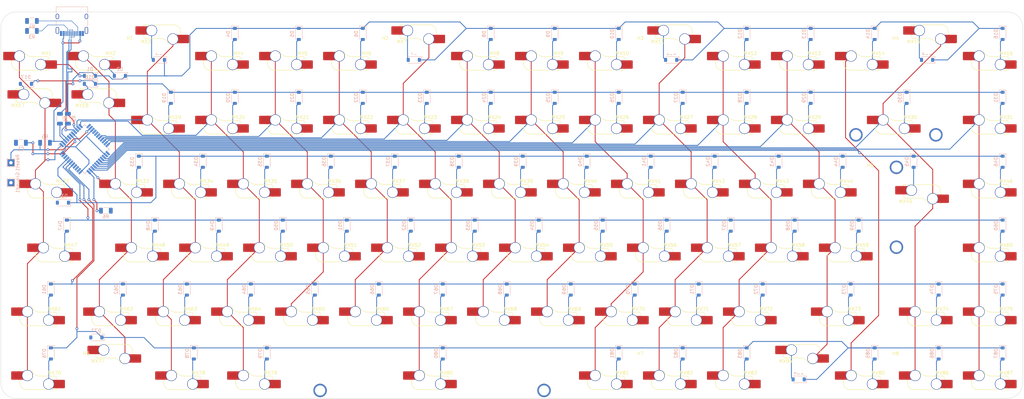
<source format=kicad_pcb>
(kicad_pcb (version 20221018) (generator pcbnew)
  (layers (0 "F.Cu" signal) (31 "B.Cu" signal) (34 "B.Paste" user) (35 "F.Paste" user) (36 "B.SilkS" user "B.Silkscreen") (37 "F.SilkS" user "F.Silkscreen") (38 "B.Mask" user) (39 "F.Mask" user) (44 "Edge.Cuts" user))
  (net 0 "")
  (net 1 "Net-(D1-A)")
  (net 2 "Net-(D2-A)")
  (net 3 "Net-(D3-A)")
  (net 4 "Net-(D4-A)")
  (net 5 "Net-(D5-A)")
  (net 6 "Net-(D6-A)")
  (net 7 "Net-(D7-A)")
  (net 8 "Net-(D8-A)")
  (net 9 "Net-(D9-A)")
  (net 10 "Net-(D10-A)")
  (net 11 "Net-(D11-A)")
  (net 12 "Net-(D12-A)")
  (net 13 "Net-(D13-A)")
  (net 14 "Net-(D14-A)")
  (net 15 "Net-(D15-A)")
  (net 16 "Net-(D16-A)")
  (net 17 "Net-(D17-A)")
  (net 18 "Net-(D18-A)")
  (net 19 "Net-(D19-A)")
  (net 20 "Net-(D20-A)")
  (net 21 "Net-(D21-A)")
  (net 22 "Net-(D22-A)")
  (net 23 "Net-(D23-A)")
  (net 24 "Net-(D24-A)")
  (net 25 "Net-(D25-A)")
  (net 26 "Net-(D26-A)")
  (net 27 "Net-(D27-A)")
  (net 28 "Net-(D28-A)")
  (net 29 "Net-(D29-A)")
  (net 30 "Net-(D30-A)")
  (net 31 "Net-(D31-A)")
  (net 32 "Net-(D32-A)")
  (net 33 "Net-(D33-A)")
  (net 34 "Net-(D34-A)")
  (net 35 "Net-(D35-A)")
  (net 36 "Net-(D36-A)")
  (net 37 "Net-(D37-A)")
  (net 38 "Net-(D38-A)")
  (net 39 "Net-(D39-A)")
  (net 40 "Net-(D40-A)")
  (net 41 "Net-(D41-A)")
  (net 42 "Net-(D42-A)")
  (net 43 "Net-(D43-A)")
  (net 44 "Net-(D44-A)")
  (net 45 "Net-(D45-A)")
  (net 46 "Net-(D46-A)")
  (net 47 "Net-(D47-A)")
  (net 48 "Net-(D48-A)")
  (net 49 "Net-(D49-A)")
  (net 50 "Net-(D50-A)")
  (net 51 "Net-(D51-A)")
  (net 52 "Net-(D52-A)")
  (net 53 "Net-(D53-A)")
  (net 54 "Net-(D54-A)")
  (net 55 "Net-(D55-A)")
  (net 56 "Net-(D56-A)")
  (net 57 "Net-(D57-A)")
  (net 58 "Net-(D58-A)")
  (net 59 "Net-(D59-A)")
  (net 60 "Net-(D60-A)")
  (net 61 "Net-(D62-A)")
  (net 62 "Net-(D63-A)")
  (net 63 "Net-(D64-A)")
  (net 64 "Net-(D65-A)")
  (net 65 "Net-(D66-A)")
  (net 66 "Net-(D67-A)")
  (net 67 "Net-(D68-A)")
  (net 68 "Net-(D69-A)")
  (net 69 "Net-(D70-A)")
  (net 70 "Net-(D71-A)")
  (net 71 "Net-(D72-A)")
  (net 72 "Net-(D73-A)")
  (net 73 "Net-(D74-A)")
  (net 74 "Net-(D75-A)")
  (net 75 "Net-(D76-A)")
  (net 76 "Net-(D61-A)")
  (net 77 "Net-(D77-A)")
  (net 78 "Net-(D78-A)")
  (net 79 "Net-(D79-A)")
  (net 80 "Net-(D80-A)")
  (net 81 "Net-(D81-A)")
  (net 82 "Net-(D82-A)")
  (net 83 "Net-(D83-A)")
  (net 84 "Net-(D84-A)")
  (net 85 "Net-(D85-A)")
  (net 86 "Net-(D86-A)")
  (net 87 "Net-(D87-A)")
  (net 88 "Column 1")
  (net 89 "Column 2")
  (net 90 "Column 3")
  (net 91 "Column 4")
  (net 92 "Column 5")
  (net 93 "Column 6")
  (net 94 "Column 7")
  (net 95 "Column 8")
  (net 96 "Column 9")
  (net 97 "Column 10")
  (net 98 "Column 11")
  (net 99 "Column 13")
  (net 100 "Column 14")
  (net 101 "Column 15")
  (net 102 "Column 16")
  (net 103 "Column 12")
  (net 104 "GND")
  (net 105 "Net-(U1-UCAP)")
  (net 106 "Net-(U1-D-)")
  (net 107 "Net-(J1-D--PadA7)")
  (net 108 "Net-(U1-D+)")
  (net 109 "Net-(J1-D+-PadA6)")
  (net 110 "Net-(J1-CC1)")
  (net 113 "Net-(J1-CC2)")
  (net 114 "VCC")
  (net 116 "Row 1")
  (net 117 "Row 2")
  (net 118 "Row 3")
  (net 119 "Row 4")
  (net 120 "Row 5")
  (net 121 "Row 6")
  (net 122 "Net-(U1-~{RESET})")
  (net 123 "Net-(U1-~{HWB}{slash}PE2)")
  (footprint "PCM_marbastlib-mx:SW_MX_HS_1u" (layer "F.Cu") (at 221.835232 28.45792)
    (fp_text reference "MX11")
    (fp_text value "MX_SW_HS" hide)
  )
  (footprint "PCM_marbastlib-mx:SW_MX_HS_1.75u" (layer "F.Cu") (at 271.842732 104.65792 180)
    (fp_text reference "MX73")
    (fp_text value "MX_SW_HS" hide)
  )
  (footprint "PCM_marbastlib-mx:SW_MX_HS_1u" (layer "F.Cu") (at 98.010232 123.70792 180)
    (fp_text reference "MX79")
    (fp_text value "MX_SW_HS" hide)
  )
  (footprint "PCM_marbastlib-mx:SW_MX_HS_1u" (layer "F.Cu") (at 150.397732 104.65792 180)
    (fp_text reference "MX67")
    (fp_text value "MX_SW_HS" hide)
  )
  (footprint "PCM_marbastlib-mx:SW_MX_HS_1.5u" (layer "F.Cu") (at 36.097732 66.55792 180)
    (fp_text reference "MX32")
    (fp_text value "MX_SW_HS" hide)
  )
  (footprint "PCM_marbastlib-mx:SW_MX_HS_1u" (layer "F.Cu") (at 93.247732 104.65792 180)
    (fp_text reference "MX64")
    (fp_text value "MX_SW_HS" hide)
  )
  (footprint "PCM_marbastlib-mx:SW_MX_HS_1u" (layer "F.Cu") (at 126.585232 28.45792 180)
    (fp_text reference "MX6")
    (fp_text value "MX_SW_HS" hide)
  )
  (footprint "PCM_marbastlib-mx:SW_MX_HS_1u" (layer "F.Cu") (at 183.735232 28.45792 180)
    (fp_text reference "MX9")
    (fp_text value "MX_SW_HS" hide)
  )
  (footprint "PCM_marbastlib-mx:SW_MX_HS_1u" (layer "F.Cu") (at 250.410232 66.55792 180)
    (fp_text reference "MX43")
    (fp_text value "MX_SW_HS" hide)
  )
  (footprint "MountingHole:MountingHole_2.1mm" (layer "F.Cu") (at 60.424168 28.872632)
    (fp_text reference "H1")
    (fp_text value "MountingHole")
  )
  (footprint "PCM_marbastlib-mx:SW_MX_HS_1u" (layer "F.Cu") (at 88.485232 28.45792 180)
    (fp_text reference "MX4")
    (fp_text value "MX_SW_HS" hide)
  )
  (footprint "PCM_marbastlib-mx:SW_MX_HS_1u" (layer "F.Cu") (at 240.885232 47.50792 180)
    (fp_text reference "MX28")
    (fp_text value "MX_SW_HS" hide)
  )
  (footprint "PCM_marbastlib-mx:SW_MX_HS_1u" (layer "F.Cu") (at 288.510232 47.50792 180)
    (fp_text reference "MX30")
    (fp_text value "MX_SW_HS" hide)
  )
  (footprint "MountingHole:MountingHole_2.1mm" (layer "F.Cu") (at 288.428664 122.872632)
    (fp_text reference "H8")
    (fp_text value "MountingHole")
  )
  (footprint "PCM_marbastlib-mx:SW_MX_HS_1u" (layer "F.Cu") (at 317.085232 123.70792 180)
    (fp_text reference "MX87")
    (fp_text value "MX_SW_HS" hide)
  )
  (footprint "PCM_marbastlib-mx:SW_MX_HS_1u" (layer "F.Cu") (at 317.085232 66.55792 180)
    (fp_text reference "MX46")
    (fp_text value "MX_SW_HS" hide)
  )
  (footprint "PCM_marbastlib-mx:SW_MX_HS_1u" (layer "F.Cu") (at 255.172732 85.60792 180)
    (fp_text reference "MX58")
    (fp_text value "MX_SW_HS" hide)
  )
  (footprint "PCM_marbastlib-mx:STAB_MX_P_ISO" (layer "F.Cu") (at 295.655232 76.08292)
    (fp_text reference "S2" hide)
    (fp_text value "MX_stab")
  )
  (footprint "PCM_marbastlib-mx:SW_MX_HS_1u" (layer "F.Cu") (at 31.335232 28.45792 180)
    (fp_text reference "MX1")
    (fp_text value "MX_SW_HS" hide)
  )
  (footprint "PCM_marbastlib-mx:SW_MX_HS_1u" (layer "F.Cu") (at 159.922732 85.60792 180)
    (fp_text reference "MX53")
    (fp_text value "MX_SW_HS" hide)
  )
  (footprint "PCM_marbastlib-mx:SW_MX_HS_1u" (layer "F.Cu") (at 202.785232 28.45792 180)
    (fp_text reference "MX10")
    (fp_text value "MX_SW_HS" hide)
  )
  (footprint "PCM_marbastlib-mx:SW_MX_HS_1u" (layer "F.Cu") (at 221.835232 47.50792 180)
    (fp_text reference "MX27")
    (fp_text value "MX_SW_HS" hide)
  )
  (footprint "PCM_marbastlib-mx:SW_MX_HS_1u" (layer "F.Cu") (at 88.485232 47.50792 180)
    (fp_text reference "MX20")
    (fp_text value "MX_SW_HS" hide)
  )
  (footprint "MountingHole:MountingHole_2.1mm" (layer "F.Cu") (at 280.880232 66.828856)
    (fp_text reference "H5")
    (fp_text value "MountingHole")
  )
  (footprint "PCM_marbastlib-mx:SW_MX_HS_1u" (layer "F.Cu") (at 50.385232 47.50792)
    (fp_text reference "MX18")
    (fp_text value "MX_SW_HS" hide)
  )
  (footprint "PCM_marbastlib-mx:SW_MX_HS_1u" (layer "F.Cu") (at 236.122732 85.60792 180)
    (fp_text reference "MX57")
    (fp_text value "MX_SW_HS" hide)
  )
  (footprint "MountingHole:MountingHole_2.1mm" (layer "F.Cu") (at 288.428664 28.872632)
    (fp_text reference "H4")
    (fp_text value "MountingHole")
  )
  (footprint "PCM_marbastlib-mx:SW_MX_HS_1.75u" (layer "F.Cu") (at 38.477732 85.60792 180)
    (fp_text reference "MX47")
    (fp_text value "MX_SW_HS" hide)
  )
  (footprint "PCM_marbastlib-mx:SW_MX_HS_1u" (layer "F.Cu") (at 217.072732 85.60792 180)
    (fp_text reference "MX56")
    (fp_text value "MX_SW_HS" hide)
  )
  (footprint "PCM_marbastlib-mx:SW_MX_HS_1u" (layer "F.Cu") (at 274.222732 85.60792 180)
    (fp_text reference "MX59")
    (fp_text value "MX_SW_HS" hide)
  )
  (footprint "PCM_marbastlib-mx:SW_MX_HS_1u" (layer "F.Cu") (at 107.535232 28.45792 180)
    (fp_text reference "MX5")
    (fp_text value "MX_SW_HS" hide)
  )
  (footprint "PCM_marbastlib-mx:SW_MX_HS_1u" (layer "F.Cu") (at 240.885232 123.70792 180)
    (fp_text reference "MX83")
    (fp_text value "MX_SW_HS" hide)
  )
  (footprint "PCM_marbastlib-mx:SW_MX_HS_1u" (layer "F.Cu") (at 31.335232 47.50792)
    (fp_text reference "MX17")
    (fp_text value "MX_SW_HS" hide)
  )
  (footprint "PCM_marbastlib-mx:SW_MX_HS_1u" (layer "F.Cu") (at 164.685232 28.45792 180)
    (fp_text reference "MX8")
    (fp_text value "MX_SW_HS" hide)
  )
  (footprint "PCM_marbastlib-mx:SW_MX_HS_1u" (layer "F.Cu") (at 207.547732 104.65792 180)
    (fp_text reference "MX70")
    (fp_text value "MX_SW_HS" hide)
  )
  (footprint "PCM_marbastlib-mx:SW_MX_HS_1u" (layer "F.Cu") (at 112.297732 104.65792 180)
    (fp_text reference "MX65")
    (fp_text value "MX_SW_HS" hide)
  )
  (footprint "PCM_marbastlib-mx:SW_MX_HS_1u" (layer "F.Cu") (at 298.035232 104.65792 180)
    (fp_text reference "MX74")
    (fp_text value "MX_SW_HS" hide)
  )
  (footprint "MountingHole:MountingHole_2.1mm" (layer "F.Cu") (at 212.428728 28.872632)
    (fp_text reference "H3")
    (fp_text value "MountingHole")
  )
  (footprint "MountingHole:MountingHole_2.1mm" (layer "F.Cu") (at 212.428728 122.872632)
    (fp_text reference "H7")
    (fp_text value "MountingHole")
  )
  (footprint "PCM_marbastlib-mx:SW_MX_HS_1u" (layer "F.Cu") (at 259.935232 28.45792 180)
    (fp_text reference "MX13")
    (fp_text value "MX_SW_HS" hide)
  )
  (footprint "PCM_marbastlib-mx:SW_MX_HS_1u" (layer "F.Cu") (at 259.935232 123.70792)
    (fp_text reference "MX84")
    (fp_text value "MX_SW_HS" hide)
  )
  (footprint "PCM_marbastlib-mx:SW_MX_HS_1u" (layer "F.Cu") (at 259.935232 47.50792 180)
    (fp_text reference "MX29")
    (fp_text value "MX_SW_HS" hide)
  )
  (footprint "PCM_marbastlib-mx:SW_MX_HS_1u" (layer "F.Cu") (at 188.497732 104.65792 180)
    (fp_text reference "MX69")
    (fp_text value "MX_SW_HS" hide)
  )
  (footprint "PCM_marbastlib-mx:SW_MX_HS_1u" (layer "F.Cu") (at 145.635232 47.50792 180)
    (fp_text reference "MX23")
    (fp_text value "MX_SW_HS" hide)
  )
  (footprint "PCM_marbastlib-mx:SW_MX_HS_1u" (layer "F.Cu") (at 269.460232 66.55792 180)
    (fp_text reference "MX44")
    (fp_text value "MX_SW_HS" hide)
  )
  (footprint "PCM_marbastlib-mx:SW_MX_HS_1u" (layer "F.Cu") (at 183.735232 47.50792 180)
    (fp_text reference "MX25")
    (fp_text value "MX_SW_HS" hide)
  )
  (footprint "PCM_marbastlib-mx:SW_MX_HS_1u" (layer "F.Cu") (at 193.260232 66.55792 180)
    (fp_text reference "MX40")
    (fp_text value "MX_SW_HS" hide)
  )
  (footprint "PCM_marbastlib-mx:SW_MX_HS_1u" (layer "F.Cu") (at 317.085232 28.45792 180)
    (fp_text reference "MX16")
    (fp_text value "MX_SW_HS" hide)
  )
  (footprint "PCM_marbastlib-mx:SW_MX_HS_1u" (layer "F.Cu") (at 64.672732 85.60792 180)
    (fp_text reference "MX48")
    (fp_text value "MX_SW_HS" hide)
  )
  (footprint "PCM_marbastlib-mx:SW_MX_HS_1u" (layer "F.Cu") (at 169.447732 104.65792 180)
    (fp_text reference "MX68")
    (fp_text value "MX_SW_HS" hide)
  )
  (footprint "PCM_marbastlib-mx:SW_MX_HS_1u" (layer "F.Cu") (at 55.147732 104.65792 180)
    (fp_text reference "MX62")
    (fp_text value "MX_SW_HS" hide)
  )
  (footprint "PCM_marbastlib-mx:SW_MX_HS_1u" (layer "F.Cu") (at 317.085232 104.65792 180)
    (fp_text reference "MX75")
    (fp_text value "MX_SW_HS" hide)
  )
  (footprint "PCM_marbastlib-mx:SW_MX_HS_1u" (layer "F.Cu") (at 107.535232 47.50792 180)
    (fp_text reference "MX21")
    (fp_text value "MX_SW_HS" hide)
  )
  (footprint "PCM_marbastlib-mx:SW_MX_HS_1.25u" (layer "F.Cu") (at 33.714732 104.65792 180)
    (fp_text reference "MX61")
    (fp_text value "MX_SW_HS" hide)
  )
  (footprint "PCM_marbastlib-mx:SW_MX_HS_1u" (layer "F.Cu") (at 317.085232 85.60792 180)
    (fp_text reference "MX60")
    (fp_text value "MX_SW_HS" hide)
  )
  (footprint "PCM_marbastlib-mx:SW_MX_HS_1u" (layer "F.Cu") (at 136.110232 66.55792 180)
    (fp_text reference "MX37")
    (fp_text value "MX_SW_HS" hide)
  )
  (footprint "PCM_marbastlib-mx:SW_MX_HS_1u" (layer "F.Cu") (at 198.022732 85.60792 180)
    (fp_text reference "MX55")
    (fp_text value "MX_SW_HS" hide)
  )
  (footprint "PCM_marbastlib-mx:SW_MX_HS_1u" (layer "F.Cu") (at 69.435232 28.45792)
    (fp_text reference "MX3")
    (fp_text value "MX_SW_HS" hide)
  )
  (footprint "PCM_marbastlib-mx:SW_MX_HS_1u" (layer "F.Cu") (at 212.310232 66.55792 180)
    (fp_text reference "MX41")
    (fp_text value "MX_SW_HS" hide)
  )
  (footprint "PCM_marbastlib-mx:SW_MX_HS_1u" (layer "F.Cu") (at 121.822732 85.60792 180)
    (fp_text reference "MX51")
    (fp_text value "MX_SW_HS" hide)
  )
  (footprint "PCM_marbastlib-mx:SW_MX_HS_1u" (layer "F.Cu") (at 126.585232 47.50792 180)
    (fp_text reference "MX22")
    (fp_text value "MX_SW_HS" hide)
  )
  (footprint "PCM_marbastlib-mx:SW_MX_HS_1u" (layer "F.Cu") (at 155.160232 66.55792 180)
    (fp_text reference "MX38")
    (fp_text value "MX_SW_HS" hide)
  )
  (footprint "PCM_marbastlib-mx:SW_MX_HS_1u" (layer "F.Cu") (at 226.597732 104.65792 180)
    (fp_text reference "MX71")
    (fp_text value "MX_SW_HS" hide)
  )
  (footprint "PCM_marbastlib-mx:SW_MX_HS_1u" (layer "F.Cu") (at 83.722732 85.60792 180)
    (fp_text reference "MX49")
    (fp_text value "MX_SW_HS" hide)
  )
  (footprint "PCM_marbastlib-mx:SW_MX_HS_1u" (layer "F.Cu") (at 102.772732 85.60792 180)
    (fp_text reference "MX50")
    (fp_text value "MX_SW_HS" hide)
  )
  (footprint "PCM_marbastlib-mx:SW_MX_HS_1u" (layer "F.Cu") (at 140.872732 85.60792 180)
    (fp_text reference "MX52")
    (fp_text value "MX_SW_HS" hide)
  )
  (footprint "PCM_marbastlib-mx:SW_MX_HS_1u" (layer "F.Cu") (at 295.657732 76.08292)
    (fp_text reference "MX45")
    (fp_text value "MX_SW_HS" hide)
  )
  (footprint "PCM_marbastlib-mx:SW_MX_HS_1u" (layer "F.Cu") (at 240.885232 28.45792 180)
    (fp_text reference "MX12")
    (fp_text value "MX_SW_HS" hide)
  )
  (footprint "PCM_marbastlib-mx:SW_MX_HS_1u" (layer "F.Cu") (at 221.835232 123.70792 180)
    (fp_text reference "MX82")
    (fp_text value "MX_SW_HS" hide)
  )
  (footprint "PCM_marbastlib-mx:SW_MX_HS_1u" (layer "F.Cu") (at 245.647732 104.65792 180)
    (fp_text reference "MX72")
    (fp_text value "MX_SW_HS" hide)
  )
  (footprint "PCM_marbastlib-mx:STAB_MX_P_2u" (layer "F.Cu") (at 288.510232 47.50792 180)
    (fp_text reference "S1" hide)
    (fp_text value "MX_stab")
  )
  (footprint "PCM_marbastlib-mx:SW_MX_HS_1u" (layer "F.Cu") (at 202.785232 47.50792 180)
    (fp_text reference "MX26")
    (fp_text value "MX_SW_HS" hide)
  )
  (footprint "PCM_marbastlib-mx:SW_MX_HS_1u" (layer "F.Cu") (at 59.910232 66.55792 180)
    (fp_text reference "MX33")
    (fp_text value "MX_SW_HS" hide)
  )
  (footprint "PCM_marbastlib-mx:SW_MX_HS_1u" (layer "F.Cu") (at 150.397732 123.70792 180)
    (fp_text reference "MX80")
    (fp_text value "MX_SW_HS" hide)
  )
  (footprint "PCM_marbastlib-mx:SW_MX_HS_1u" (layer "F.Cu") (at 131.347732 104.65792 180)
    (fp_text reference "MX66")
    (fp_text value "MX_SW_HS" hide)
  )
  (footprint "PCM_marbastlib-mx:SW_MX_HS_1u" (layer "F.Cu") (at 164.685232 47.50792 180)
    (fp_text reference "MX24")
    (fp_text value "MX_SW_HS" hide)
  )
  (footprint "PCM_marbastlib-mx:STAB_MX_P_4.5u" (layer "F.Cu") (at 150.397732 123.70792 180)
    (fp_text reference "S3" hide)
    (fp_text value "MX_stab")
  )
  (footprint "PCM_marbastlib-mx:SW_MX_HS_1u" (layer "F.Cu") (at 178.972732 85.60792 180)
    (fp_text reference "MX54")
    (fp_text value "MX_SW_HS" hide)
  )
  (footprint "PCM_marbastlib-mx:SW_MX_HS_1u" (layer "F.Cu") (at 78.960232 66.55792 180)
    (fp_text reference "MX34")
    (fp_text value "MX_SW_HS" hide)
  )
  (footprint "MountingHole:MountingHole_2.1mm" (layer "F.Cu") (at 136.426448 28.872632)
    (fp_text reference "H2")
    (fp_text value "MountingHole")
  )
  (footprint "PCM_marbastlib-mx:SW_MX_HS_1u" (layer "F.Cu") (at 278.985232 123.70792 180)
    (fp_text reference "MX85")
    (fp_text value "MX_SW_HS" hide)
  )
  (footprint "PCM_marbastlib-mx:SW_MX_HS_1u" (layer "F.Cu") (at 278.985232 28.45792 180)
    (fp_text reference "MX14")
    (fp_text value "MX_SW_HS" hide)
  )
  (footprint "PCM_marbastlib-mx:SW_MX_HS_1u" (layer "F.Cu") (at 317.085232 47.50792 180)
    (fp_text reference "MX31")
    (fp_text value "MX_SW_HS" hide)
  )
  (footprint "PCM_marbastlib-mx:SW_MX_HS_1u" (layer "F.Cu") (at 298.035232 28.45792)
    (fp_text reference "MX15")
    (fp_text value "MX_SW_HS" hide)
  )
  (footprint "PCM_marbastlib-mx:SW_MX_HS_1u" (layer "F.Cu") (at 117.060232 66.55792 180)
    (fp_text reference "MX36")
    (fp_text value "MX_SW_HS" hide)
  )
  (footprint "PCM_marbastlib-mx:SW_MX_HS_1u" (layer "F.Cu") (at 145.635232 28.45792)
    (fp_text reference "MX7")
    (fp_text value "MX_SW_HS" hide)
  )
  (footprint "PCM_marbastlib-mx:SW_MX_HS_1u" (layer "F.Cu") (at 50.385232 28.45792 180)
    (fp_text reference "MX2")
    (fp_text value "MX_SW_HS" hide)
  )
  (footprint "PCM_marbastlib-mx:SW_MX_HS_1.25u" (layer "F.Cu") (at 76.578982 123.70792 180)
    (fp_text reference "MX78")
    (fp_text value "MX_SW_HS" hide)
  )
  (footprint "PCM_marbastlib-mx:SW_MX_HS_1u" (layer "F.Cu") (at 202.785232 123.70792 180)
    (fp_text reference "MX81")
    (fp_text value "MX_SW_HS" hide)
  )
  (footprint "PCM_marbastlib-mx:SW_MX_HS_1u" (layer "F.Cu") (at 98.010232 66.55792 180)
    (fp_text reference "MX35")
    (fp_text value "MX_SW_HS" hide)
  )
  (footprint "MountingHole:MountingHole_2.1mm" (layer "F.Cu") (at 47.424168 122.872632)
    (fp_text reference "H6")
    (fp_text value "MountingHole")
  )
  (footprint "PCM_marbastlib-mx:SW_MX_HS_1u" (layer "F.Cu") (at 298.035232 123.70792 180)
    (fp_text reference "MX86")
    (fp_text value "MX_SW_HS" hide)
  )
  (footprint "PCM_marbastlib-mx:SW_MX_HS_1u" (layer "F.Cu") (at 55.147732 123.70792)
    (fp_text reference "MX77")
    (fp_text value "MX_SW_HS" hide)
  )
  (footprint "PCM_marbastlib-mx:SW_MX_HS_1u" (layer "F.Cu") (at 69.435232 47.50792 180)
    (fp_text reference "MX19")
    (fp_text value "MX_SW_HS" hide)
  )
  (footprint "PCM_marbastlib-mx:SW_MX_HS_1.25u" (layer "F.Cu") (at 33.714732 123.70792 180)
    (fp_text reference "MX76")
    (fp_text value "MX_SW_HS" hide)
  )
  (footprint "PCM_marbastlib-mx:SW_MX_HS_1u" (layer "F.Cu") (at 174.210232 66.55792 180)
    (fp_text reference "MX39")
    (fp_text value "MX_SW_HS" hide)
  )
  (footprint "PCM_marbastlib-mx:SW_MX_HS_1u" (layer "F.Cu") (at 231.360232 66.55792 180)
    (fp_text reference "MX42")
    (fp_text value "MX_SW_HS" hide)
  )
  (footprint "PCM_marbastlib-mx:SW_MX_HS_1u" (layer "F.Cu") (at 74.197732 104.65792 180)
    (fp_text reference "MX63")
    (fp_text value "MX_SW_HS" hide)
  )
  (footprint "Diode_SMD:D_SOD-123" (layer "B.Cu") (at 167.877984 24.407792 -90)
    (fp_text reference "D8")
    (fp_text value "D_Small")
  )
  (footprint "Package_QFP:TQFP-44_10x10mm_P0.8mm" (layer "B.Cu") (at 46.952226 58.73996 -45)
    (fp_text reference "U1" hide)
    (fp_text value "ATmega32U4-A")
  )
  (footprint "Diode_SMD:D_SOD-123" (layer "B.Cu") (at 221.592 32.146848 180)
    (fp_text reference "D11")
    (fp_text value "D_Small")
  )
  (footprint "Diode_SMD:D_SOD-123" (layer "B.Cu") (at 320.277856 24.407792 -90)
    (fp_text reference "D16")
    (fp_text value "D_Small")
  )
  (footprint "Diode_SMD:D_SOD-123" (layer "B.Cu") (at 225.027936 43.457776 -90)
    (fp_text reference "D27")
    (fp_text value "D_Small")
  )
  (footprint "Diode_SMD:D_SOD-123" (layer "B.Cu") (at 36.909344 119.657712 -90)
    (fp_text reference "D76")
    (fp_text value "D_Small")
  )
  (footprint "Diode_SMD:D_SOD-123" (layer "B.Cu") (at 263.127904 24.407792 -90)
    (fp_text reference "D13")
    (fp_text value "D_Small")
  )
  (footprint "TestPoint:TestPoint_THTPad_2.0x2.0mm_Drill1.0mm" (layer "B.Cu") (at 25.003104 68.758536 90)
    (fp_text reference "Ground1")
    (fp_text value "TestPoint")
  )
  (footprint "Diode_SMD:D_SOD-123" (layer "B.Cu") (at 153.590496 100.607728 -90)
    (fp_text reference "D67")
    (fp_text value "D_Small")
  )
  (footprint "Diode_SMD:D_SOD-123" (layer "B.Cu") (at 163.115488 81.557744 -90)
    (fp_text reference "D53")
    (fp_text value "D_Small")
  )
  (footprint "Diode_SMD:D_SOD-123" (layer "B.Cu") (at 67.865568 81.557744 -90)
    (fp_text reference "D48")
    (fp_text value "D_Small")
  )
  (footprint "Diode_SMD:D_SOD-123" (layer "B.Cu") (at 72.628064 43.457776 -90)
    (fp_text reference "D19")
    (fp_text value "D_Small")
  )
  (footprint "Diode_SMD:D_SOD-123" (layer "B.Cu") (at 41.67184 81.557744 -90)
    (fp_text reference "D47")
    (fp_text value "D_Small")
  )
  (footprint "Diode_SMD:D_SOD-123" (layer "B.Cu") (at 258.365408 81.557744 -90)
    (fp_text reference "D58")
    (fp_text value "D_Small")
  )
  (footprint "Diode_SMD:D_SOD-123" (layer "B.Cu") (at 253.602912 62.50776 -90)
    (fp_text reference "D43")
    (fp_text value "D_Small")
  )
  (footprint "Diode_SMD:D_SOD-123" (layer "B.Cu") (at 259.556032 127.396768 180)
    (fp_text reference "D84")
    (fp_text value "D_Small")
  )
  (footprint "Diode_SMD:D_SOD-123" (layer "B.Cu") (at 320.277856 62.50776 -90)
    (fp_text reference "D46")
    (fp_text value "D_Small")
  )
  (footprint "Diode_SMD:D_SOD-123" (layer "B.Cu") (at 50.4398 114.895216 180)
    (fp_text reference "D77")
    (fp_text value "D_Small")
  )
  (footprint "Diode_SMD:D_SOD-123" (layer "B.Cu") (at 186.927968 24.407792 -90)
    (fp_text reference "D9")
    (fp_text value "D_Small")
  )
  (footprint "Diode_SMD:D_SOD-123" (layer "B.Cu") (at 182.165472 81.557744 -90)
    (fp_text reference "D54")
    (fp_text value "D_Small")
  )
  (footprint "Resistor_SMD:R_1206_3216Metric" (layer "B.Cu") (at 31.25388 23.514824)
    (fp_text reference "R3")
    (fp_text value "5.1k")
  )
  (footprint "Diode_SMD:D_SOD-123" (layer "B.Cu") (at 115.490528 100.607728 -90)
    (fp_text reference "D65")
    (fp_text value "D_Small")
  )
  (footprint "Diode_SMD:D_SOD-123" (layer "B.Cu") (at 48.517928 39.290592 180)
    (fp_text reference "D18")
    (fp_text value "D_Small")
  )
  (footprint "Diode_SMD:D_SOD-123" (layer "B.Cu") (at 293.786472 62.50776 -90)
    (fp_text reference "D45")
    (fp_text value "D_Small")
  )
  (footprint "Diode_SMD:D_SOD-123" (layer "B.Cu") (at 48.517928 36.909344 180)
    (fp_text reference "D1")
    (fp_text value "D_Small")
  )
  (footprint "Diode_SMD:D_SOD-123" (layer "B.Cu") (at 58.340576 100.607728 -90)
    (fp_text reference "D62")
    (fp_text value "D_Small")
  )
  (footprint "Diode_SMD:D_SOD-123" (layer "B.Cu") (at 301.227872 100.607728 -90)
    (fp_text reference "D74")
    (fp_text value "D_Small")
  )
  (footprint "Diode_SMD:D_SOD-123" (layer "B.Cu") (at 277.415392 81.557744 -90)
    (fp_text reference "D59")
    (fp_text value "D_Small")
  )
  (footprint "Diode_SMD:D_SOD-123" (layer "B.Cu") (at 86.915552 81.557744 -90)
    (fp_text reference "D49")
    (fp_text value "D_Small")
  )
  (footprint "Diode_SMD:D_SOD-123" (layer "B.Cu") (at 144.958472 32.146848 180)
    (fp_text reference "D7")
    (fp_text value "D_Small")
  )
  (footprint "Diode_SMD:D_SOD-123" (layer "B.Cu") (at 69.056192 32.146848 180)
    (fp_text reference "D3")
    (fp_text value "D_Small")
  )
  (footprint "Diode_SMD:D_SOD-123" (layer "B.Cu") (at 63.103072 62.50776 -90)
    (fp_text reference "D33")
    (fp_text value "D_Small")
  )
  (footprint "Diode_SMD:D_SOD-123" (layer "B.Cu") (at 158.352992 62.50776 -90)
    (fp_text reference "D38")
    (fp_text value "D_Small")
  )
  (footprint "Diode_SMD:D_SOD-123" (layer "B.Cu") (at 129.778016 24.407792 -90)
    (fp_text reference "D6")
    (fp_text value "D_Small")
  )
  (footprint "Diode_SMD:D_SOD-123" (layer "B.Cu") (at 229.790432 100.607728 -90)
    (fp_text reference "D71")
    (fp_text value "D_Small")
  )
  (footprint "Diode_SMD:D_SOD-123" (layer "B.Cu") (at 320.277856 119.657712 -90)
    (fp_text reference "D87")
    (fp_text value "D_Small")
  )
  (footprint "Diode_SMD:D_SOD-123" (layer "B.Cu") (at 91.678048 24.407792 -90)
    (fp_text reference "D4")
    (fp_text value "D_Small")
  )
  (footprint "Diode_SMD:D_SOD-123" (layer "B.Cu") (at 40.481216 74.711656 180)
    (fp_text reference "D32")
    (fp_text value "D_Small")
  )
  (footprint "Diode_SMD:D_SOD-123" (layer "B.Cu") (at 153.590496 119.657712 -90)
    (fp_text reference "D80")
    (fp_text value "D_Small")
  )
  (footprint "Resistor_SMD:R_1206_3216Metric" (layer "B.Cu") (at 41.969496 49.682772 90)
    (fp_text reference "R2")
    (fp_text value "R")
  )
  (footprint "Diode_SMD:D_SOD-123" (layer "B.Cu") (at 263.127904 43.457776 -90)
    (fp_text reference "D29")
    (fp_text value "D_Small")
  )
  (footprint "Diode_SMD:D_SOD-123" (layer "B.Cu") (at 291.70288 43.457776 -90)
    (fp_text reference "D30")
    (fp_text value "D_Small")
  )
  (footprint "Diode_SMD:D_SOD-123" (layer "B.Cu") (at 57.447608 36.909344 180)
    (fp_text reference "D2")
    (fp_text value "D_Small")
  )
  (footprint "Diode_SMD:D_SOD-123" (layer "B.Cu") (at 320.277856 100.607728 -90)
    (fp_text reference "D75")
    (fp_text value "D_Small")
  )
  (footprint "Resistor_SMD:R_1206_3216Metric" (layer "B.Cu") (at 53.280424 77.092904)
    (fp_text reference "R6")
    (fp_text value "10k")
  )
  (footprint "Diode_SMD:D_SOD-123" (layer "B.Cu") (at 225.027936 119.657712 -90)
    (fp_text reference "D82")
    (fp_text value "D_Small" hide)
  )
  (footprint "Diode_SMD:D_SOD-123" (layer "B.Cu") (at 275.034144 100.607728 -90)
    (fp_text reference "D73")
    (fp_text value "D_Small")
  )
  (footprint "Diode_SMD:D_SOD-123" (layer "B.Cu") (at 148.828 43.457776 -90)
    (fp_text reference "D23")
    (fp_text value "D_Small")
  )
  (footprint "Resistor_SMD:R_1206_3216Metric" (layer "B.Cu") (at 35.149188 56.852296 180)
    (fp_text reference "R5")
    (fp_text value "10k")
  )
  (footprint "Diode_SMD:D_SOD-123" (layer "B.Cu") (at 101.20304 119.657712 -90)
    (fp_text reference "D79")
    (fp_text value "D_Small")
  )
  (footprint "Diode_SMD:D_SOD-123" (layer "B.Cu") (at 205.977952 43.457776 -90)
    (fp_text reference "D26")
    (fp_text value "D_Small")
  )
  (footprint "Diode_SMD:D_SOD-123" (layer "B.Cu") (at 244.07792 43.457776 -90)
    (fp_text reference "D28")
    (fp_text value "D_Small")
  )
  (footprint "Diode_SMD:D_SOD-123" (layer "B.Cu") (at 177.402976 62.50776 -90)
    (fp_text reference "D39")
    (fp_text value "D_Small")
  )
  (footprint "Diode_SMD:D_SOD-123" (layer "B.Cu") (at 186.927968 43.457776 -90)
    (fp_text reference "D25")
    (fp_text value "D_Small")
  )
  (footprint "Diode_SMD:D_SOD-123" (layer "B.Cu") (at 215.502944 62.50776 -90)
    (fp_text reference "D41")
    (fp_text value "D_Small")
  )
  (footprint "Diode_SMD:D_SOD-123" (layer "B.Cu") (at 91.678048 43.457776 -90)
    (fp_text reference "D20")
    (fp_text value "D_Small")
  )
  (footprint "Diode_SMD:D_SOD-123" (layer "B.Cu") (at 320.277856 43.457776 -90)
    (fp_text reference "D31")
    (fp_text value "D_Small")
  )
  (footprint "Diode_SMD:D_SOD-123" (layer "B.Cu") (at 79.474152 119.657712 -90)
    (fp_text reference "D78")
    (fp_text value "D_Small")
  )
  (footprint "Diode_SMD:D_SOD-123" (layer "B.Cu") (at 134.540512 100.607728 -90)
    (fp_text reference "D66")
    (fp_text value "D_Small")
  )
  (footprint "Diode_SMD:D_SOD-123" (layer "B.Cu") (at 96.440544 100.607728 -90)
    (fp_text reference "D64")
    (fp_text value "D_Small")
  )
  (footprint "Diode_SMD:D_SOD-123" (layer "B.Cu") (at 201.215456 81.557744 -90)
    (fp_text reference "D55")
    (fp_text value "D_Small")
  )
  (footprint "Diode_SMD:D_SOD-123" (layer "B.Cu") (at 282.177888 24.407792 -90)
    (fp_text reference "D14")
    (fp_text value "D_Small")
  )
  (footprint "Capacitor_SMD:C_1206_3216Metric" (layer "B.Cu") (at 27.979664 56.852296)
    (fp_text reference "C1")
    (fp_text value "1u")
  )
  (footprint "Resistor_SMD:R_1206_3216Metric" (layer "B.Cu") (at 39.588248 49.682772 90)
    (fp_text reference "R1")
    (fp_text value "R")
  )
  (footprint "Diode_SMD:D_SOD-123" (layer "B.Cu") (at 248.840416 100.607728 -90)
    (fp_text reference "D72")
    (fp_text value "D_Small")
  )
  (footprint "Diode_SMD:D_SOD-123" (layer "B.Cu") (at 36.909344 100.607728 -90)
    (fp_text reference "D61")
    (fp_text value "D_Small")
  )
  (footprint "Diode_SMD:D_SOD-123" (layer "B.Cu") (at 244.07792 119.657712 -90)
    (fp_text reference "D83")
    (fp_text value "D_Small")
  )
  (footprint "Diode_SMD:D_SOD-123" (layer "B.Cu") (at 139.303008 62.50776 -90)
    (fp_text reference "D37")
    (fp_text value "D_Small")
  )
  (footprint "Diode_SMD:D_SOD-123" (layer "B.Cu") (at 82.153056 62.50776 -90)
    (fp_text reference "D34")
    (fp_text value "D_Small")
  )
  (footprint "Diode_SMD:D_SOD-123" (layer "B.Cu") (at 191.690464 100.607728 -90)
    (fp_text reference "D69")
    (fp_text value "D_Small")
  )
  (footprint "Diode_SMD:D_SOD-123" (layer "B.Cu") (at 272.652896 62.50776 -90)
    (fp_text reference "D44")
    (fp_text value "D_Small")
  )
  (footprint "Diode_SMD:D_SOD-123" (layer "B.Cu") (at 297.791936 32.146848 180)
    (fp_text reference "D15")
    (fp_text value "D_Small")
  )
  (footprint "Diode_SMD:D_SOD-123" (layer "B.Cu") (at 110.728032 24.407792 -90)
    (fp_text reference "D5")
    (fp_text value "D_Small")
  )
  (footprint "Diode_SMD:D_SOD-123" (layer "B.Cu") (at 144.065504 81.557744 -90)
    (fp_text reference "D52")
    (fp_text value "D_Small")
  )
  (footprint "Diode_SMD:D_SOD-123" (layer "B.Cu") (at 110.728032 43.457776 -90)
    (fp_text reference "D21")
    (fp_text value "D_Small")
  )
  (footprint "Diode_SMD:D_SOD-123" (layer "B.Cu") (at 205.977952 24.407792 -90)
    (fp_text reference "D10")
    (fp_text value "D_Small")
  )
  (footprint "Resistor_SMD:R_1206_3216Metric" (layer "B.Cu") (at 31.25388 20.538264)
    (fp_text reference "R4")
    (fp_text value "5.1k")
  )
  (footprint "Diode_SMD:D_SOD-123" (layer "B.Cu") (at 120.253024 62.50776 -90)
    (fp_text reference "D36")
    (fp_text value "D_Small")
  )
  (footprint "Diode_SMD:D_SOD-123" (layer "B.Cu") (at 244.07792 24.407792 -90)
    (fp_text reference "D12")
    (fp_text value "D_Small")
  )
  (footprint "Diode_SMD:D_SOD-123" (layer "B.Cu") (at 125.01552 81.557744 -90)
    (fp_text reference "D51")
    (fp_text value "D_Small")
  )
  (footprint "Diode_SMD:D_SOD-123" (layer "B.Cu") (at 105.965536 81.557744 -90)
    (fp_text reference "D50")
    (fp_text value "D_Small")
  )
  (footprint "Diode_SMD:D_SOD-123" (layer "B.Cu") (at 77.39056 100.607728 -90)
    (fp_text reference "D63")
    (fp_text value "D_Small")
  )
  (footprint "Diode_SMD:D_SOD-123" (layer "B.Cu") (at 205.977952 119.657712 -90)
    (fp_text reference "D81")
    (fp_text value "D_Small")
  )
  (footprint "Diode_SMD:D_SOD-123" (layer "B.Cu") (at 101.20304 62.50776 -90)
    (fp_text reference "D35")
    (fp_text value "D_Small")
  )
  (footprint "Diode_SMD:D_SOD-123" (layer "B.Cu") (at 234.552928 62.50776 -90)
    (fp_text reference "D42")
    (fp_text value "D_Small")
  )
  (footprint "Diode_SMD:D_SOD-123" (layer "B.Cu") (at 172.64048 100.607728 -90)
    (fp_text reference "D68")
    (fp_text value "D_Small")
  )
  (footprint "Diode_SMD:D_SOD-123" (layer "B.Cu") (at 210.740448 100.607728 -90)
    (fp_text reference "D70")
    (fp_text value "D_Small")
  )
  (footprint "Diode_SMD:D_SOD-123" (layer "B.Cu") (at 167.877984 43.457776 -90)
    (fp_text reference "D24")
    (fp_text value "D_Small")
  )
  (footprint "Diode_SMD:D_SOD-123" (layer "B.Cu") (at 129.778016 43.457776 -90)
    (fp_text reference "D22")
    (fp_text value "D_Small")
  )
  (footprint "Diode_SMD:D_SOD-123" (layer "B.Cu") (at 282.177888 119.657712 -90)
    (fp_text reference "D85")
    (fp_text value "D_Small")
  )
  (footprint "Diode_SMD:D_SOD-123" (layer "B.Cu") (at 29.467944 39.290592 180)
    (fp_text reference "D17")
    (fp_text value "D_Small")
  )
  (footprint "Diode_SMD:D_SOD-123" (layer "B.Cu") (at 239.315424 81.557744 -90)
    (fp_text reference "D57")
    (fp_text value "D_Small")
  )
  (footprint "Diode_SMD:D_SOD-123" (layer "B.Cu") (at 320.277856 81.557744 -90)
    (fp_text reference "D60")
    (fp_text value "D_Small")
  )
  (footprint "Diode_SMD:D_SOD-123" (layer "B.Cu") (at 196.45296 62.50776 -90)
    (fp_text reference "D40")
    (fp_text value "D_Small")
  )
  (footprint "TestPoint:TestPoint_THTPad_2.0x2.0mm_Drill1.0mm" (layer "B.Cu") (at 25.003104 62.805416 90)
    (fp_text reference "Reset1")
    (fp_text value "TestPoint")
  )
  (footprint "Diode_SMD:D_SOD-123" (layer "B.Cu") (at 301.227872 119.657712 -90)
    (fp_text reference "D86")
    (fp_text value "D_Small")
  )
  (footprint "USB_C:USB_C_Receptacle_HRO_TYPE-C-31-M-12" (layer "B.Cu") (at 43.16012 20.240608)
    (fp_text reference "J1" hide)
    (fp_text value "USB_C_Receptacle")
  )
  (footprint "Diode_SMD:D_SOD-123" (layer "B.Cu") (at 220.26544 81.557744 -90)
    (fp_text reference "D56")
    (fp_text value "D_Small")
  )
  (gr_arc (start 22.026544 22.3242) (mid 23.334265 19.167081) (end 26.491384 17.85936) (stroke (width 0.1)) (layer "Edge.Cuts"))
  (gr_line (start 326.230976 22.3242) (end 326.230976 128.587392) (stroke (width 0.1)) (layer "Edge.Cuts"))
  (gr_arc (start 326.230976 128.587392) (mid 324.923255 131.744511) (end 321.766136 133.052232) (stroke (width 0.1)) (layer "Edge.Cuts"))
  (gr_line (start 45.839024 17.85936) (end 321.766136 17.85936) (stroke (width 0.1)) (layer "Edge.Cuts"))
  (gr_line (start 22.026544 128.587392) (end 22.026544 22.3242) (stroke (width 0.1)) (layer "Edge.Cuts"))
  (gr_arc (start 26.491384 133.052232) (mid 23.334265 131.744511) (end 22.026544 128.587392) (stroke (width 0.1)) (layer "Edge.Cuts"))
  (gr_line (start 321.766136 133.052232) (end 26.491384 133.052232) (stroke (width 0.1)) (layer "Edge.Cuts"))
  (gr_arc (start 321.766136 17.85936) (mid 324.923255 19.167081) (end 326.230976 22.3242) (stroke (width 0.1)) (layer "Edge.Cuts"))
  (gr_line (start 26.491384 17.85936) (end 45.839024 17.85936) (stroke (width 0.1)) (layer "Edge.Cuts"))
  (segment (start 33.875232 33.53792) (end 42.169944 33.53792) (width 0.25) (layer "F.Cu") (net 1))
  (segment (start 42.169944 33.53792) (end 45.541368 36.909344) (width 0.25) (layer "F.Cu") (net 1))
  (via (at 45.541368 36.909344) (size 0.8) (drill 0.4) (layers "F.Cu" "B.Cu") (net 1))
  (segment (start 46.867928 36.909344) (end 45.541368 36.909344) (width 0.25) (layer "B.Cu") (net 1))
  (segment (start 52.925232 33.53792) (end 55.797608 36.410296) (width 0.25) (layer "B.Cu") (net 2))
  (segment (start 55.797608 36.410296) (end 55.797608 36.909344) (width 0.25) (layer "B.Cu") (net 2))
  (segment (start 66.895232 31.635888) (end 67.406192 32.146848) (width 0.25) (layer "B.Cu") (net 3))
  (segment (start 66.895232 23.37792) (end 66.895232 31.635888) (width 0.25) (layer "B.Cu") (net 3))
  (segment (start 91.025232 26.710608) (end 91.678048 26.057792) (width 0.25) (layer "B.Cu") (net 4))
  (segment (start 91.025232 33.53792) (end 91.678048 32.885104) (width 0.25) (layer "B.Cu") (net 4))
  (segment (start 91.025232 33.53792) (end 91.025232 26.710608) (width 0.25) (layer "B.Cu") (net 4))
  (segment (start 110.075232 26.710592) (end 110.075232 33.53792) (width 0.25) (layer "B.Cu") (net 5))
  (segment (start 110.728032 26.057792) (end 110.075232 26.710592) (width 0.25) (layer "B.Cu") (net 5))
  (segment (start 129.125232 26.710576) (end 129.778016 26.057792) (width 0.25) (layer "B.Cu") (net 6))
  (segment (start 129.125232 33.53792) (end 129.125232 26.710576) (width 0.25) (layer "B.Cu") (net 6))
  (segment (start 129.125232 33.53792) (end 129.778016 32.885136) (width 0.25) (layer "B.Cu") (net 6))
  (segment (start 143.095232 23.37792) (end 143.095232 31.933608) (width 0.25) (layer "B.Cu") (net 7))
  (segment (start 143.095232 31.933608) (end 143.308472 32.146848) (width 0.25) (layer "B.Cu") (net 7))
  (segment (start 167.225232 33.53792) (end 167.225232 26.710544) (width 0.25) (layer "B.Cu") (net 8))
  (segment (start 167.225232 33.53792) (end 167.877984 32.885168) (width 0.25) (layer "B.Cu") (net 8))
  (segment (start 167.225232 26.710544) (end 167.877984 26.057792) (width 0.25) (layer "B.Cu") (net 8))
  (segment (start 186.275232 33.53792) (end 186.927968 32.885184) (width 0.25) (layer "B.Cu") (net 9))
  (segment (start 186.275232 33.53792) (end 186.275232 26.710528) (width 0.25) (layer "B.Cu") (net 9))
  (segment (start 186.275232 26.710528) (end 186.927968 26.057792) (width 0.25) (layer "B.Cu") (net 9))
  (segment (start 205.325232 33.53792) (end 205.325232 26.710512) (width 0.25) (layer "B.Cu") (net 10))
  (segment (start 205.325232 33.53792) (end 205.977952 32.8852) (width 0.25) (layer "B.Cu") (net 10))
  (segment (start 205.325232 26.710512) (end 205.977952 26.057792) (width 0.25) (layer "B.Cu") (net 10))
  (segment (start 219.295232 23.37792) (end 219.295232 31.50008) (width 0.25) (layer "B.Cu") (net 11))
  (segment (start 219.295232 31.50008) (end 219.942 32.146848) (width 0.25) (layer "B.Cu") (net 11))
  (segment (start 243.425232 33.53792) (end 244.07792 32.885232) (width 0.25) (layer "B.Cu") (net 12))
  (segment (start 243.425232 33.53792) (end 243.425232 26.71048) (width 0.25) (layer "B.Cu") (net 12))
  (segment (start 243.425232 26.71048) (end 244.07792 26.057792) (width 0.25) (layer "B.Cu") (net 12))
  (segment (start 262.475232 26.710464) (end 263.127904 26.057792) (width 0.25) (layer "B.Cu") (net 13))
  (segment (start 262.475232 33.53792) (end 263.127904 32.885248) (width 0.25) (layer "B.Cu") (net 13))
  (segment (start 262.475232 33.53792) (end 262.475232 26.710464) (width 0.25) (layer "B.Cu") (net 13))
  (segment (start 281.525232 26.710448) (end 282.177888 26.057792) (width 0.25) (layer "B.Cu") (net 14))
  (segment (start 281.525232 33.53792) (end 281.525232 26.710448) (width 0.25) (layer "B.Cu") (net 14))
  (segment (start 281.525232 33.53792) (end 282.177888 32.885264) (width 0.25) (layer "B.Cu") (net 14))
  (segment (start 296.141936 32.146848) (end 295.495232 31.500144) (width 0.25) (layer "B.Cu") (net 15))
  (segment (start 295.495232 31.500144) (end 295.495232 23.37792) (width 0.25) (layer "B.Cu") (net 15))
  (segment (start 319.625232 26.710416) (end 319.625232 33.53792) (width 0.25) (layer "B.Cu") (net 16))
  (segment (start 320.277856 26.057792) (end 319.625232 26.710416) (width 0.25) (layer "B.Cu") (net 16))
  (segment (start 28.795232 42.42792) (end 28.795232 40.26788) (width 0.25) (layer "B.Cu") (net 17))
  (segment (start 28.795232 40.26788) (end 27.817944 39.290592) (width 0.25) (layer "B.Cu") (net 17))
  (segment (start 47.845232 42.42792) (end 47.845232 40.267896) (width 0.25) (layer "B.Cu") (net 18))
  (segment (start 47.845232 40.267896) (end 46.867928 39.290592) (width 0.25) (layer "B.Cu") (net 18))
  (segment (start 71.975232 52.58792) (end 72.628064 51.935088) (width 0.25) (layer "B.Cu") (net 19))
  (segment (start 71.975232 52.58792) (end 71.975232 45.760608) (width 0.25) (layer "B.Cu") (net 19))
  (segment (start 71.975232 45.760608) (end 72.628064 45.107776) (width 0.25) (layer "B.Cu") (net 19))
  (segment (start 91.025232 52.58792) (end 91.678048 51.935104) (width 0.25) (layer "B.Cu") (net 20))
  (segment (start 91.025232 52.58792) (end 91.025232 45.760592) (width 0.25) (layer "B.Cu") (net 20))
  (segment (start 91.025232 45.760592) (end 91.678048 45.107776) (width 0.25) (layer "B.Cu") (net 20))
  (segment (start 110.075232 52.58792) (end 110.075232 45.760576) (width 0.25) (layer "B.Cu") (net 21))
  (segment (start 110.728032 51.93512) (end 110.075232 52.58792) (width 0.25) (layer "B.Cu") (net 21))
  (segment (start 110.075232 45.760576) (end 110.728032 45.107776) (width 0.25) (layer "B.Cu") (net 21))
  (segment (start 129.125232 45.76056) (end 129.778016 45.107776) (width 0.25) (layer "B.Cu") (net 22))
  (segment (start 129.778016 51.935136) (end 129.125232 52.58792) (width 0.25) (layer "B.Cu") (net 22))
  (segment (start 129.125232 52.58792) (end 129.125232 45.76056) (width 0.25) (layer "B.Cu") (net 22))
  (segment (start 148.175232 45.760544) (end 148.828 45.107776) (width 0.25) (layer "B.Cu") (net 23))
  (segment (start 148.175232 52.58792) (end 148.175232 45.760544) (width 0.25) (layer "B.Cu") (net 23))
  (segment (start 148.828 51.935152) (end 148.175232 52.58792) (width 0.25) (layer "B.Cu") (net 23))
  (segment (start 167.877984 51.935168) (end 167.225232 52.58792) (width 0.25) (layer "B.Cu") (net 24))
  (segment (start 167.225232 45.760528) (end 167.877984 45.107776) (width 0.25) (layer "B.Cu") (net 24))
  (segment (start 167.225232 52.58792) (end 167.225232 45.760528) (width 0.25) (layer "B.Cu") (net 24))
  (segment (start 186.275232 45.760512) (end 186.927968 45.107776) (width 0.25) (layer "B.Cu") (net 25))
  (segment (start 186.927968 51.935184) (end 186.275232 52.58792) (width 0.25) (layer "B.Cu") (net 25))
  (segment (start 186.275232 52.58792) (end 186.275232 45.760512) (width 0.25) (layer "B.Cu") (net 25))
  (segment (start 205.325232 45.760496) (end 205.977952 45.107776) (width 0.25) (layer "B.Cu") (net 26))
  (segment (start 205.977952 51.9352) (end 205.325232 52.58792) (width 0.25) (layer "B.Cu") (net 26))
  (segment (start 205.325232 52.58792) (end 205.325232 45.760496) (width 0.25) (layer "B.Cu") (net 26))
  (segment (start 225.027936 51.935216) (end 224.375232 52.58792) (width 0.25) (layer "B.Cu") (net 27))
  (segment (start 224.375232 45.76048) (end 225.027936 45.107776) (width 0.25) (layer "B.Cu") (net 27))
  (segment (start 224.375232 52.58792) (end 224.375232 45.76048) (width 0.25) (layer "B.Cu") (net 27))
  (segment (start 244.07792 51.935232) (end 243.425232 52.58792) (width 0.25) (layer "B.Cu") (net 28))
  (segment (start 243.425232 45.760464) (end 244.07792 45.107776) (width 0.25) (layer "B.Cu") (net 28))
  (segment (start 243.425232 52.58792) (end 243.425232 45.760464) (width 0.25) (layer "B.Cu") (net 28))
  (segment (start 262.475232 52.58792) (end 262.475232 45.760448) (width 0.25) (layer "B.Cu") (net 29))
  (segment (start 262.475232 45.760448) (end 263.127904 45.107776) (width 0.25) (layer "B.Cu") (net 29))
  (segment (start 263.127904 51.935248) (end 262.475232 52.58792) (width 0.25) (layer "B.Cu") (net 29))
  (segment (start 291.107568 52.530584) (end 291.050232 52.58792) (width 0.25) (layer "B.Cu") (net 30))
  (segment (start 291.050232 52.58792) (end 291.050232 45.760424) (width 0.25) (layer "B.Cu") (net 30))
  (segment (start 291.050232 45.760424) (end 291.70288 45.107776) (width 0.25) (layer "B.Cu") (net 30))
  (segment (start 319.625232 45.7604) (end 320.277856 45.107776) (width 0.25) (layer "B.Cu") (net 31))
  (segment (start 319.625232 52.58792) (end 319.625232 45.7604) (width 0.25) (layer "B.Cu") (net 31))
  (segment (start 319.625232 52.58792) (end 320.277856 51.935296) (width 0.25) (layer "B.Cu") (net 31))
  (segment (start 62.450232 71.63792) (end 62.450232 64.8106) (width 0.25) (layer "B.Cu") (net 33))
  (segment (start 62.450232 64.8106) (end 63.103072 64.15776) (width 0.25) (layer "B.Cu") (net 33))
  (segment (start 81.500232 64.810584) (end 82.153056 64.15776) (width 0.25) (layer "B.Cu") (net 34))
  (segment (start 81.500232 71.63792) (end 81.500232 64.810584) (width 0.25) (layer "B.Cu") (net 34))
  (segment (start 100.550232 64.810568) (end 101.20304 64.15776) (width 0.25) (layer "B.Cu") (net 35))
  (segment (start 100.550232 71.63792) (end 100.550232 64.810568) (width 0.25) (layer "B.Cu") (net 35))
  (segment (start 119.600232 71.63792) (end 119.600232 64.810552) (width 0.25) (layer "B.Cu") (net 36))
  (segment (start 119.600232 64.810552) (end 120.253024 64.15776) (width 0.25) (layer "B.Cu") (net 36))
  (segment (start 138.650232 71.63792) (end 138.650232 64.810536) (width 0.25) (layer "B.Cu") (net 37))
  (segment (start 138.650232 64.810536) (end 139.303008 64.15776) (width 0.25) (layer "B.Cu") (net 37))
  (segment (start 157.700232 71.63792) (end 157.700232 64.81052) (width 0.25) (layer "B.Cu") (net 38))
  (segment (start 157.700232 64.81052) (end 158.352992 64.15776) (width 0.25) (layer "B.Cu") (net 38))
  (segment (start 176.750232 64.810504) (end 177.402976 64.15776) (width 0.25) (layer "B.Cu") (net 39))
  (segment (start 176.750232 71.63792) (end 176.750232 64.810504) (width 0.25) (layer "B.Cu") (net 39))
  (segment (start 195.800232 71.63792) (end 195.800232 64.810488) (width 0.25) (layer "B.Cu") (net 40))
  (segment (start 195.800232 64.810488) (end 196.45296 64.15776) (width 0.25) (layer "B.Cu") (net 40))
  (segment (start 214.850232 71.63792) (end 214.850232 64.810472) (width 0.25) (layer "B.Cu") (net 41))
  (segment (start 214.850232 64.810472) (end 215.502944 64.15776) (width 0.25) (layer "B.Cu") (net 41))
  (segment (start 233.900232 71.63792) (end 233.900232 64.810456) (width 0.25) (layer "B.Cu") (net 42))
  (segment (start 233.900232 64.810456) (end 234.552928 64.15776) (width 0.25) (layer "B.Cu") (net 42))
  (segment (start 252.950232 71.63792) (end 252.950232 64.81044) (width 0.25) (layer "B.Cu") (net 43))
  (segment (start 252.950232 64.81044) (end 253.602912 64.15776) (width 0.25) (layer "B.Cu") (net 43))
  (segment (start 272.000232 64.810424) (end 272.652896 64.15776) (width 0.25) (layer "B.Cu") (net 44))
  (segment (start 272.000232 71.63792) (end 272.000232 64.810424) (width 0.25) (layer "B.Cu") (net 44))
  (segment (start 293.117732 71.00292) (end 293.786472 70.33418) (width 0.25) (layer "B.Cu") (net 45))
  (segment (start 293.786472 70.33418) (end 293.786472 64.15776) (width 0.25) (layer "B.Cu") (net 45))
  (segment (start 319.625232 71.63792) (end 319.625232 64.810384) (width 0.25) (layer "B.Cu") (net 46))
  (segment (start 319.625232 64.810384) (end 320.277856 64.15776) (width 0.25) (layer "B.Cu") (net 46))
  (segment (start 41.017732 83.861852) (end 41.67184 83.207744) (width 0.25) (layer "B.Cu") (net 47))
  (segment (start 41.017732 90.68792) (end 41.017732 83.861852) (width 0.25) (layer "B.Cu") (net 47))
  (segment (start 67.865568 83.207744) (end 67.212732 83.86058) (width 0.25) (layer "B.Cu") (net 48))
  (segment (start 67.212732 83.86058) (end 67.212732 90.68792) (width 0.25) (layer "B.Cu") (net 48))
  (segment (start 86.915552 83.207744) (end 86.262732 83.860564) (width 0.25) (layer "B.Cu") (net 49))
  (segment (start 86.262732 83.860564) (end 86.262732 90.68792) (width 0.25) (layer "B.Cu") (net 49))
  (segment (start 105.965536 83.207744) (end 105.312732 83.860548) (width 0.25) (layer "B.Cu") (net 50))
  (segment (start 105.312732 83.860548) (end 105.312732 90.68792) (width 0.25) (layer "B.Cu") (net 50))
  (segment (start 124.362732 90.68792) (end 124.362732 83.860532) (width 0.25) (layer "B.Cu") (net 51))
  (segment (start 124.362732 83.860532) (end 125.01552 83.207744) (width 0.25) (layer "B.Cu") (net 51))
  (segment (start 143.412732 90.68792) (end 143.412732 83.860516) (width 0.25) (layer "B.Cu") (net 52))
  (segment (start 143.412732 83.860516) (end 144.065504 83.207744) (width 0.25) (layer "B.Cu") (net 52))
  (segment (start 162.462732 90.68792) (end 162.462732 83.8605) (width 0.25) (layer "B.Cu") (net 53))
  (segment (start 162.462732 83.8605) (end 163.115488 83.207744) (width 0.25) (layer "B.Cu") (net 53))
  (segment (start 181.512732 90.68792) (end 181.512732 83.860484) (width 0.25) (layer "B.Cu") (net 54))
  (segment (start 181.512732 83.860484) (end 182.165472 83.207744) (width 0.25) (layer "B.Cu") (net 54))
  (segment (start 200.562732 83.860468) (end 201.215456 83.207744) (width 0.25) (layer "B.Cu") (net 55))
  (segment (start 200.562732 90.68792) (end 200.562732 83.860468) (width 0.25) (layer "B.Cu") (net 55))
  (segment (start 219.612732 90.68792) (end 219.612732 83.860452) (width 0.25) (layer "B.Cu") (net 56))
  (segment (start 219.612732 83.860452) (end 220.26544 83.207744) (width 0.25) (layer "B.Cu") (net 56))
  (segment (start 238.662732 90.68792) (end 238.662732 83.860436) (width 0.25) (layer "B.Cu") (net 57))
  (segment (start 238.662732 83.860436) (end 239.315424 83.207744) (width 0.25) (layer "B.Cu") (net 57))
  (segment (start 257.712732 83.86042) (end 258.365408 83.207744) (width 0.25) (layer "B.Cu") (net 58))
  (segment (start 257.712732 90.68792) (end 257.712732 83.86042) (width 0.25) (layer "B.Cu") (net 58))
  (segment (start 276.762732 83.860404) (end 277.415392 83.207744) (width 0.25) (layer "B.Cu") (net 59))
  (segment (start 276.762732 90.68792) (end 276.762732 83.860404) (width 0.25) (layer "B.Cu") (net 59))
  (segment (start 319.625232 90.68792) (end 319.625232 83.860368) (width 0.25) (layer "B.Cu") (net 60))
  (segment (start 319.625232 83.860368) (end 320.277856 83.207744) (width 0.25) (layer "B.Cu") (net 60))
  (segment (start 57.687732 102.910572) (end 58.340576 102.257728) (width 0.25) (layer "B.Cu") (net 61))
  (segment (start 57.687732 109.73792) (end 57.687732 102.910572) (width 0.25) (layer "B.Cu") (net 61))
  (segment (start 76.737732 102.910556) (end 77.39056 102.257728) (width 0.25) (layer "B.Cu") (net 62))
  (segment (start 76.737732 109.73792) (end 76.737732 102.910556) (width 0.25) (layer "B.Cu") (net 62))
  (segment (start 95.787732 102.91054) (end 96.440544 102.257728) (width 0.25) (layer "B.Cu") (net 63))
  (segment (start 95.787732 109.73792) (end 95.787732 102.91054) (width 0.25) (layer "B.Cu") (net 63))
  (segment (start 114.837732 109.73792) (end 114.837732 102.910524) (width 0.25) (layer "B.Cu") (net 64))
  (segment (start 114.837732 102.910524) (end 115.490528 102.257728) (width 0.25) (layer "B.Cu") (net 64))
  (segment (start 133.887732 102.910508) (end 134.540512 102.257728) (width 0.25) (layer "B.Cu") (net 65))
  (segment (start 133.887732 109.73792) (end 133.887732 102.910508) (width 0.25) (layer "B.Cu") (net 65))
  (segment (start 152.937732 109.73792) (end 152.937732 102.910492) (width 0.25) (layer "B.Cu") (net 66))
  (segment (start 152.937732 102.910492) (end 153.590496 102.257728) (width 0.25) (layer "B.Cu") (net 66))
  (segment (start 171.987732 102.910476) (end 172.64048 102.257728) (width 0.25) (layer "B.Cu") (net 67))
  (segment (start 171.987732 109.73792) (end 171.987732 102.910476) (width 0.25) (layer "B.Cu") (net 67))
  (segment (start 191.037732 102.91046) (end 191.690464 102.257728) (width 0.25) (layer "B.Cu") (net 68))
  (segment (start 191.037732 109.73792) (end 191.037732 102.91046) (width 0.25) (layer "B.Cu") (net 68))
  (segment (start 210.087732 102.910444) (end 210.740448 102.257728) (width 0.25) (layer "B.Cu") (net 69))
  (segment (start 210.087732 109.73792) (end 210.087732 102.910444) (width 0.25) (layer "B.Cu") (net 69))
  (segment (start 229.137732 102.910428) (end 229.137732 109.73792) (width 0.25) (layer "B.Cu") (net 70))
  (segment (start 229.790432 102.257728) (end 229.137732 102.910428) (width 0.25) (layer "B.Cu") (net 70))
  (segment (start 248.187732 109.73792) (end 248.187732 102.910412) (width 0.25) (layer "B.Cu") (net 71))
  (segment (start 248.187732 102.910412) (end 248.840416 102.257728) (width 0.25) (layer "B.Cu") (net 71))
  (segment (start 274.382732 109.73792) (end 274.382732 102.90914) (width 0.25) (layer "B.Cu") (net 72))
  (segment (start 274.382732 102.90914) (end 275.034144 102.257728) (width 0.25) (layer "B.Cu") (net 72))
  (segment (start 300.575232 109.73792) (end 300.575232 102.910368) (width 0.25) (layer "B.Cu") (net 73))
  (segment (start 300.575232 102.910368) (end 301.227872 102.257728) (width 0.25) (layer "B.Cu") (net 73))
  (segment (start 319.625232 102.910352) (end 320.277856 102.257728) (width 0.25) (layer "B.Cu") (net 74))
  (segment (start 319.625232 109.73792) (end 319.625232 102.910352) (width 0.25) (layer "B.Cu") (net 74))
  (segment (start 36.254732 128.78792) (end 36.254732 121.962324) (width 0.25) (layer "B.Cu") (net 75))
  (segment (start 36.254732 121.962324) (end 36.909344 121.307712) (width 0.25) (layer "B.Cu") (net 75))
  (segment (start 36.254732 109.73792) (end 36.254732 102.91234) (width 0.25) (layer "B.Cu") (net 76))
  (segment (start 36.254732 102.91234) (end 36.909344 102.257728) (width 0.25) (layer "B.Cu") (net 76))
  (segment (start 79.118982 128.78792) (end 79.118982 121.662882) (width 0.25) (layer "B.Cu") (net 78))
  (segment (start 79.118982 121.662882) (end 79.474152 121.307712) (width 0.25) (layer "B.Cu") (net 78))
  (segment (start 101.20304 121.307712) (end 100.550232 121.96052) (width 0.25) (layer "B.Cu") (net 79))
  (segment (start 100.550232 121.96052) (end 100.550232 128.78792) (width 0.25) (layer "B.Cu") (net 79))
  (segment (start 152.937732 128.78792) (end 152.937732 121.960476) (width 0.25) (layer "B.Cu") (net 80))
  (segment (start 152.937732 121.960476) (end 153.590496 121.307712) (width 0.25) (layer "B.Cu") (net 80))
  (segment (start 205.325232 121.960432) (end 205.977952 121.307712) (width 0.25) (layer "B.Cu") (net 81))
  (segment (start 205.325232 128.78792) (end 205.325232 121.960432) (width 0.25) (layer "B.Cu") (net 81))
  (segment (start 224.375232 128.78792) (end 224.375232 121.960416) (width 0.25) (layer "B.Cu") (net 82))
  (segment (start 224.375232 121.960416) (end 225.027936 121.307712) (width 0.25) (layer "B.Cu") (net 82))
  (segment (start 243.425232 121.9604) (end 244.07792 121.307712) (width 0.25) (layer "B.Cu") (net 83))
  (segment (start 243.425232 128.78792) (end 243.425232 121.9604) (width 0.25) (layer "B.Cu") (net 83))
  (segment (start 257.395232 118.62792) (end 257.395232 126.885968) (width 0.25) (layer "B.Cu") (net 84))
  (segment (start 257.395232 126.885968) (end 257.906032 127.396768) (width 0.25) (layer "B.Cu") (net 84))
  (segment (start 281.525232 121.960368) (end 282.177888 121.307712) (width 0.25) (layer "B.Cu") (net 85))
  (segment (start 281.525232 128.78792) (end 281.525232 121.960368) (width 0.25) (layer "B.Cu") (net 85))
  (segment (start 300.575232 121.960352) (end 301.227872 121.307712) (width 0.25) (layer "B.Cu") (net 86))
  (segment (start 300.575232 128.78792) (end 300.575232 121.960352) (width 0.25) (layer "B.Cu") (net 86))
  (segment (start 319.625232 128.78792) (end 319.625232 121.960336) (width 0.25) (layer "B.Cu") (net 87))
  (segment (start 319.625232 121.960336) (end 320.277856 121.307712) (width 0.25) (layer "B.Cu") (net 87))
  (segment (start 35.145232 61.912448) (end 35.145232 62.18828) (width 0.25) (layer "F.Cu") (net 88))
  (segment (start 29.904732 107.19792) (end 29.904732 126.24792) (width 0.25) (layer "F.Cu") (net 88))
  (segment (start 36.016376 61.912448) (end 35.145232 61.912448) (width 0.25) (layer "F.Cu") (net 88))
  (segment (start 32.287732 69.09792) (end 34.667732 71.47792) (width 0.25) (layer "F.Cu") (net 88))
  (segment (start 27.525232 30.99792) (end 27.525232 37.34792) (width 0.25) (layer "F.Cu") (net 88))
  (segment (start 35.145232 62.18828) (end 32.287732 65.04578) (width 0.25) (layer "F.Cu") (net 88))
  (segment (start 27.525232 37.34792) (end 35.145232 44.96792) (width 0.25) (layer "F.Cu") (net 88))
  (segment (start 34.667732 88.14792) (end 29.904732 92.91092) (width 0.25) (layer "F.Cu") (net 88))
  (segment (start 32.287732 65.04578) (end 32.287732 69.09792) (width 0.25) (layer "F.Cu") (net 88))
  (segment (start 29.904732 92.91092) (end 29.904732 107.19792) (width 0.25) (layer "F.Cu") (net 88))
  (segment (start 35.145232 44.96792) (end 35.145232 61.912448) (width 0.25) (layer "F.Cu") (net 88))
  (segment (start 34.667732 71.47792) (end 34.667732 88.14792) (width 0.25) (layer "F.Cu") (net 88))
  (via (at 36.016376 61.912448) (size 0.8) (drill 0.4) (layers "F.Cu" "B.Cu") (net 88))
  (segment (start 36.611688 61.912448) (end 36.016376 61.912448) (width 0.25) (layer "B.Cu") (net 88))
  (segment (start 38.099968 61.912448) (end 36.611688 61.912448) (width 0.25) (layer "B.Cu") (net 88))
  (segment (start 40.09329 57.537878) (end 38.099968 59.5312) (width 0.25) (layer "B.Cu") (net 88))
  (segment (start 38.099968 59.5312) (end 38.099968 61.912448) (width 0.25) (layer "B.Cu") (net 88))
  (segment (start 54.195232 44.96792) (end 54.173392 44.98976) (width 0.25) (layer "F.Cu") (net 89))
  (segment (start 60.862732 73.86042) (end 60.862732 88.14792) (width 0.25) (layer "F.Cu") (net 89))
  (segment (start 58.957732 114.81792) (end 51.337732 107.19792) (width 0.25) (layer "F.Cu") (net 89))
  (segment (start 51.337732 97.67292) (end 60.862732 88.14792) (width 0.25) (layer "F.Cu") (net 89))
  (segment (start 50.899176 67.270256) (end 52.550232 68.921312) (width 0.25) (layer "F.Cu") (net 89))
  (segment (start 58.957732 121.16792) (end 58.957732 114.81792) (width 0.25) (layer "F.Cu") (net 89))
  (segment (start 51.337732 107.19792) (end 51.337732 97.67292) (width 0.25) (layer "F.Cu") (net 89))
  (segment (start 56.100232 69.09792) (end 56.100232 50.444768) (width 0.25) (layer "F.Cu") (net 89))
  (segment (start 54.195232 38.61792) (end 46.575232 30.99792) (width 0.25) (layer "F.Cu") (net 89))
  (segment (start 56.100232 50.444768) (end 54.195232 48.539768) (width 0.25) (layer "F.Cu") (net 89))
  (segment (start 54.195232 44.96792) (end 54.195232 38.61792) (width 0.25) (layer "F.Cu") (net 89))
  (segment (start 56.100232 69.09792) (end 60.862732 73.86042) (width 0.25) (layer "F.Cu") (net 89))
  (segment (start 54.195232 48.539768) (end 54.195232 44.96792) (width 0.25) (layer "F.Cu") (net 89))
  (via (at 50.899176 67.270256) (size 0.8) (drill 0.4) (layers "F.Cu" "B.Cu") (net 89))
  (segment (start 50.899176 67.270256) (end 50.899176 67.212393) (width 0.25) (layer "B.Cu") (net 89))
  (segment (start 50.899176 67.212393) (end 48.719993 65.03321) (width 0.25) (layer "B.Cu") (net 89))
  (segment (start 72.768982 109.57917) (end 72.768982 126.24792) (width 0.25) (layer "F.Cu") (net 90))
  (segment (start 70.387732 107.19792) (end 72.768982 109.57917) (width 0.25) (layer "F.Cu") (net 90))
  (segment (start 65.625232 50.04792) (end 75.150232 59.57292) (width 0.25) (layer "F.Cu") (net 90))
  (segment (start 79.912732 73.86042) (end 79.912732 88.14792) (width 0.25) (layer "F.Cu") (net 90))
  (segment (start 65.625232 35.623707) (end 73.245232 28.003707) (width 0.25) (layer "F.Cu") (net 90))
  (segment (start 75.150232 69.09792) (end 79.912732 73.86042) (width 0.25) (layer "F.Cu") (net 90))
  (segment (start 70.387732 97.67292) (end 70.387732 107.19792) (width 0.25) (layer "F.Cu") (net 90))
  (segment (start 65.625232 50.04792) (end 65.625232 35.623707) (width 0.25) (layer "F.Cu") (net 90))
  (segment (start 79.912732 88.14792) (end 70.387732 97.67292) (width 0.25) (layer "F.Cu") (net 90))
  (segment (start 73.245232 28.003707) (end 73.245232 25.91792) (width 0.25) (layer "F.Cu") (net 90))
  (segment (start 75.150232 59.57292) (end 75.150232 69.09792) (width 0.25) (layer "F.Cu") (net 90))
  (segment (start 71.975232 26.710624) (end 72.628064 26.057792) (width 0.25) (layer "B.Cu") (net 90))
  (segment (start 44.6484 51.910651) (end 45.184459 52.44671) (width 0.25) (layer "B.Cu") (net 90))
  (segment (start 44.6484 50.452692) (end 44.6484 51.910651) (width 0.25) (layer "B.Cu") (net 90))
  (segment (start 65.625232 50.04792) (end 45.053172 50.04792) (width 0.25) (layer "B.Cu") (net 90))
  (segment (start 45.053172 50.04792) (end 44.6484 50.452692) (width 0.25) (layer "B.Cu") (net 90))
  (segment (start 84.675232 30.99792) (end 84.675232 50.04792) (width 0.25) (layer "F.Cu") (net 91))
  (segment (start 89.437732 97.67292) (end 98.962732 88.14792) (width 0.25) (layer "F.Cu") (net 91))
  (segment (start 94.200232 126.24792) (end 94.200232 111.96042) (width 0.25) (layer "F.Cu") (net 91))
  (segment (start 94.200232 111.96042) (end 89.437732 107.19792) (width 0.25) (layer "F.Cu") (net 91))
  (segment (start 89.437732 107.19792) (end 89.437732 97.67292) (width 0.25) (layer "F.Cu") (net 91))
  (segment (start 84.675232 50.04792) (end 94.200232 59.57292) (width 0.25) (layer "F.Cu") (net 91))
  (segment (start 98.962732 73.86042) (end 98.962732 88.14792) (width 0.25) (layer "F.Cu") (net 91))
  (segment (start 94.200232 69.09792) (end 98.962732 73.86042) (width 0.25) (layer "F.Cu") (net 91))
  (segment (start 94.200232 59.57292) (end 94.200232 69.09792) (width 0.25) (layer "F.Cu") (net 91))
  (segment (start 46.015624 50.42492) (end 45.750144 50.6904) (width 0.25) (layer "B.Cu") (net 91))
  (segment (start 84.675232 50.04792) (end 80.113136 54.610016) (width 0.25) (layer "B.Cu") (net 91))
  (segment (start 45.750144 50.6904) (end 45.750144 51.881024) (width 0.25) (layer "B.Cu") (net 91))
  (segment (start 59.85804 50.42492) (end 46.015624 50.42492) (width 0.25) (layer "B.Cu") (net 91))
  (segment (start 80.113136 54.610016) (end 64.043136 54.610016) (width 0.25) (layer "B.Cu") (net 91))
  (segment (start 64.043136 54.610016) (end 59.85804 50.42492) (width 0.25) (layer "B.Cu") (net 91))
  (segment (start 118.012732 95.339468) (end 118.012732 88.14792) (width 0.25) (layer "F.Cu") (net 92))
  (segment (start 118.012732 88.14792) (end 117.996732 88.13192) (width 0.25) (layer "F.Cu") (net 92))
  (segment (start 113.250232 69.09792) (end 113.250232 59.57292) (width 0.25) (layer "F.Cu") (net 92))
  (segment (start 108.487732 107.19792) (end 108.487732 104.864468) (width 0.25) (layer "F.Cu") (net 92))
  (segment (start 113.250232 59.57292) (end 103.725232 50.04792) (width 0.25) (layer "F.Cu") (net 92))
  (segment (start 117.996732 88.13192) (end 117.996732 73.84442) (width 0.25) (layer "F.Cu") (net 92))
  (segment (start 108.487732 104.864468) (end 118.012732 95.339468) (width 0.25) (layer "F.Cu") (net 92))
  (segment (start 103.725232 50.04792) (end 103.725232 30.99792) (width 0.25) (layer "F.Cu") (net 92))
  (segment (start 117.996732 73.84442) (end 113.250232 69.09792) (width 0.25) (layer "F.Cu") (net 92))
  (segment (start 98.786136 54.987016) (end 53.384448 54.987016) (width 0.25) (layer "B.Cu") (net 92))
  (segment (start 53.384448 54.987016) (end 53.13847 54.741038) (width 0.25) (layer "B.Cu") (net 92))
  (segment (start 53.13847 54.741038) (end 52.082519 54.741038) (width 0.25) (layer "B.Cu") (net 92))
  (segment (start 103.725232 50.04792) (end 98.786136 54.987016) (width 0.25) (layer "B.Cu") (net 92))
  (segment (start 52.082519 54.741038) (end 51.54842 55.275137) (width 0.25) (layer "B.Cu") (net 92))
  (segment (start 127.537732 97.67292) (end 127.537732 107.19792) (width 0.25) (layer "F.Cu") (net 93))
  (segment (start 122.775232 30.99792) (end 122.775232 50.04792) (width 0.25) (layer "F.Cu") (net 93))
  (segment (start 137.062732 73.86042) (end 137.062732 88.14792) (width 0.25) (layer "F.Cu") (net 93))
  (segment (start 122.775232 50.04792) (end 132.300232 59.57292) (width 0.25) (layer "F.Cu") (net 93))
  (segment (start 132.300232 69.09792) (end 137.062732 73.86042) (width 0.25) (layer "F.Cu") (net 93))
  (segment (start 137.062732 88.14792) (end 127.537732 97.67292) (width 0.25) (layer "F.Cu") (net 93))
  (segment (start 132.300232 59.57292) (end 132.300232 69.09792) (width 0.25) (layer "F.Cu") (net 93))
  (segment (start 52.648204 55.306724) (end 52.114106 55.840822) (width 0.25) (layer "B.Cu") (net 93))
  (segment (start 53.170997 55.306724) (end 52.648204 55.306724) (width 0.25) (layer "B.Cu") (net 93))
  (segment (start 122.775232 50.04792) (end 117.459136 55.364016) (width 0.25) (layer "B.Cu") (net 93))
  (segment (start 117.459136 55.364016) (end 53.228289 55.364016) (width 0.25) (layer "B.Cu") (net 93))
  (segment (start 53.228289 55.364016) (end 53.170997 55.306724) (width 0.25) (layer "B.Cu") (net 93))
  (segment (start 149.445232 31.529616) (end 141.825232 39.149616) (width 0.25) (layer "F.Cu") (net 94))
  (segment (start 151.350232 69.09792) (end 151.350232 59.57292) (width 0.25) (layer "F.Cu") (net 94))
  (segment (start 146.587732 107.19792) (end 146.587732 97.67292) (width 0.25) (layer "F.Cu") (net 94))
  (segment (start 156.112732 88.14792) (end 156.112732 73.86042) (width 0.25) (layer "F.Cu") (net 94))
  (segment (start 156.112732 73.86042) (end 151.350232 69.09792) (width 0.25) (layer "F.Cu") (net 94))
  (segment (start 149.445232 25.91792) (end 149.445232 31.529616) (width 0.25) (layer "F.Cu") (net 94))
  (segment (start 146.587732 126.24792) (end 146.587732 107.19792) (width 0.25) (layer "F.Cu") (net 94))
  (segment (start 151.350232 59.57292) (end 141.825232 50.04792) (width 0.25) (layer "F.Cu") (net 94))
  (segment (start 141.825232 39.149616) (end 141.825232 50.04792) (width 0.25) (layer "F.Cu") (net 94))
  (segment (start 146.587732 97.67292) (end 156.112732 88.14792) (width 0.25) (layer "F.Cu") (net 94))
  (segment (start 141.825232 50.04792) (end 136.132136 55.741016) (width 0.25) (layer "B.Cu") (net 94))
  (segment (start 53.345283 55.741016) (end 52.679791 56.406508) (width 0.25) (layer "B.Cu") (net 94))
  (segment (start 136.132136 55.741016) (end 53.345283 55.741016) (width 0.25) (layer "B.Cu") (net 94))
  (segment (start 175.162732 88.14792) (end 165.637732 97.67292) (width 0.25) (layer "F.Cu") (net 95))
  (segment (start 160.875232 30.99792) (end 160.875232 50.04792) (width 0.25) (layer "F.Cu") (net 95))
  (segment (start 175.162732 73.86042) (end 175.162732 88.14792) (width 0.25) (layer "F.Cu") (net 95))
  (segment (start 170.400232 69.09792) (end 175.162732 73.86042) (width 0.25) (layer "F.Cu") (net 95))
  (segment (start 170.400232 59.57292) (end 170.400232 69.09792) (width 0.25) (layer "F.Cu") (net 95))
  (segment (start 160.875232 50.04792) (end 170.400232 59.57292) (width 0.25) (layer "F.Cu") (net 95))
  (segment (start 165.637732 97.67292) (end 165.637732 107.19792) (width 0.25) (layer "F.Cu") (net 95))
  (segment (start 160.875232 50.04792) (end 154.805136 56.118016) (width 0.25) (layer "B.Cu") (net 95))
  (segment (start 54.099653 56.118016) (end 53.245476 56.972193) (width 0.25) (layer "B.Cu") (net 95))
  (segment (start 154.805136 56.118016) (end 54.099653 56.118016) (width 0.25) (layer "B.Cu") (net 95))
  (segment (start 184.687732 97.67292) (end 194.212732 88.14792) (width 0.25) (layer "F.Cu") (net 96))
  (segment (start 194.212732 88.14792) (end 194.212732 73.86042) (width 0.25) (layer "F.Cu") (net 96))
  (segment (start 189.450232 59.57292) (end 179.925232 50.04792) (width 0.25) (layer "F.Cu") (net 96))
  (segment (start 189.450232 69.09792) (end 189.450232 59.57292) (width 0.25) (layer "F.Cu") (net 96))
  (segment (start 194.212732 73.86042) (end 189.450232 69.09792) (width 0.25) (layer "F.Cu") (net 96))
  (segment (start 179.925232 50.04792) (end 179.925232 30.99792) (width 0.25) (layer "F.Cu") (net 96))
  (segment (start 184.687732 107.19792) (end 184.687732 97.67292) (width 0.25) (layer "F.Cu") (net 96))
  (segment (start 179.925232 50.04792) (end 173.478136 56.495016) (width 0.25) (layer "B.Cu") (net 96))
  (segment (start 173.478136 56.495016) (end 54.828328 56.495016) (width 0.25) (layer "B.Cu") (net 96))
  (segment (start 54.828328 56.495016) (end 53.811162 57.512182) (width 0.25) (layer "B.Cu") (net 96))
  (segment (start 213.262732 73.86042) (end 208.500232 69.09792) (width 0.25) (layer "F.Cu") (net 97))
  (segment (start 198.975232 111.96042) (end 203.737732 107.19792) (width 0.25) (layer "F.Cu") (net 97))
  (segment (start 198.975232 126.24792) (end 198.975232 111.96042) (width 0.25) (layer "F.Cu") (net 97))
  (segment (start 203.737732 107.19792) (end 203.737732 104.864468) (width 0.25) (layer "F.Cu") (net 97))
  (segment (start 203.737732 104.864468) (end 213.262732 95.339468) (width 0.25) (layer "F.Cu") (net 97))
  (segment (start 198.975232 56.529496) (end 198.975232 50.04792) (width 0.25) (layer "F.Cu") (net 97))
  (segment (start 208.500232 66.054496) (end 198.975232 56.529496) (width 0.25) (layer "F.Cu") (net 97))
  (segment (start 213.262732 95.339468) (end 213.262732 88.14792) (width 0.25) (layer "F.Cu") (net 97))
  (segment (start 208.500232 69.09792) (end 208.500232 66.054496) (width 0.25) (layer "F.Cu") (net 97))
  (segment (start 198.975232 50.04792) (end 198.975232 30.99792) (width 0.25) (layer "F.Cu") (net 97))
  (segment (start 213.262732 88.14792) (end 213.262732 73.86042) (width 0.25) (layer "F.Cu") (net 97))
  (segment (start 53.883017 61.607511) (end 53.21389 61.607511) (width 0.25) (layer "B.Cu") (net 97))
  (segment (start 58.618512 56.872016) (end 53.883017 61.607511) (width 0.25) (layer "B.Cu") (net 97))
  (segment (start 198.975232 50.04792) (end 192.151136 56.872016) (width 0.25) (layer "B.Cu") (net 97))
  (segment (start 192.151136 56.872016) (end 58.618512 56.872016) (width 0.25) (layer "B.Cu") (net 97))
  (segment (start 53.21389 61.607511) (end 52.679791 61.073412) (width 0.25) (layer "B.Cu") (net 97))
  (segment (start 218.025232 111.96042) (end 218.025232 126.24792) (width 0.25) (layer "F.Cu") (net 98))
  (segment (start 232.312732 73.86042) (end 232.312732 88.14792) (width 0.25) (layer "F.Cu") (net 98))
  (segment (start 222.787732 107.19792) (end 218.025232 111.96042) (width 0.25) (layer "F.Cu") (net 98))
  (segment (start 225.645232 31.501344) (end 225.645232 25.91792) (width 0.25) (layer "F.Cu") (net 98))
  (segment (start 232.312732 88.14792) (end 222.787732 97.67292) (width 0.25) (layer "F.Cu") (net 98))
  (segment (start 227.550232 59.57292) (end 227.550232 69.09792) (width 0.25) (layer "F.Cu") (net 98))
  (segment (start 218.025232 39.121344) (end 225.645232 31.501344) (width 0.25) (layer "F.Cu") (net 98))
  (segment (start 218.025232 50.04792) (end 218.025232 39.121344) (width 0.25) (layer "F.Cu") (net 98))
  (segment (start 227.550232 69.09792) (end 232.312732 73.86042) (width 0.25) (layer "F.Cu") (net 98))
  (segment (start 222.787732 97.67292) (end 222.787732 107.19792) (width 0.25) (layer "F.Cu") (net 98))
  (segment (start 218.025232 50.04792) (end 227.550232 59.57292) (width 0.25) (layer "F.Cu") (net 98))
  (segment (start 58.77467 57.249016) (end 53.85049 62.173196) (width 0.25) (layer "B.Cu") (net 98))
  (segment (start 218.025232 50.04792) (end 210.824136 57.249016) (width 0.25) (layer "B.Cu") (net 98))
  (segment (start 210.824136 57.249016) (end 58.77467 57.249016) (width 0.25) (layer "B.Cu") (net 98))
  (segment (start 52.648204 62.173196) (end 52.114106 61.639098) (width 0.25) (layer "B.Cu") (net 98))
  (segment (start 53.85049 62.173196) (end 52.648204 62.173196) (width 0.25) (layer "B.Cu") (net 98))
  (segment (start 268.032732 90.52792) (end 270.412732 88.14792) (width 0.25) (layer "F.Cu") (net 99))
  (segment (start 256.125232 50.04792) (end 256.125232 30.99792) (width 0.25) (layer "F.Cu") (net 99))
  (segment (start 265.650232 69.09792) (end 265.650232 59.57292) (width 0.25) (layer "F.Cu") (net 99))
  (segment (start 263.745232 121.16792) (end 268.032732 116.88042) (width 0.25) (layer "F.Cu") (net 99))
  (segment (start 270.412732 88.14792) (end 270.412732 73.86042) (width 0.25) (layer "F.Cu") (net 99))
  (segment (start 270.412732 73.86042) (end 265.650232 69.09792) (width 0.25) (layer "F.Cu") (net 99))
  (segment (start 268.032732 107.19792) (end 268.032732 90.52792) (width 0.25) (layer "F.Cu") (net 99))
  (segment (start 268.032732 116.88042) (end 268.032732 107.19792) (width 0.25) (layer "F.Cu") (net 99))
  (segment (start 265.650232 59.57292) (end 256.125232 50.04792) (width 0.25) (layer "F.Cu") (net 99))
  (segment (start 51.516833 63.304567) (end 50.982735 62.770469) (width 0.25) (layer "B.Cu") (net 99))
  (segment (start 248.170136 58.003016) (end 59.086986 58.003016) (width 0.25) (layer "B.Cu") (net 99))
  (segment (start 256.125232 50.04792) (end 248.170136 58.003016) (width 0.25) (layer "B.Cu") (net 99))
  (segment (start 59.086986 58.003016) (end 53.785435 63.304567) (width 0.25) (layer "B.Cu") (net 99))
  (segment (start 53.785435 63.304567) (end 51.516833 63.304567) (width 0.25) (layer "B.Cu") (net 99))
  (segment (start 277.713048 59.5312) (end 273.525232 55.343384) (width 0.25) (layer "F.Cu") (net 100))
  (segment (start 275.175232 116.540064) (end 283.368512 108.346784) (width 0.25) (layer "F.Cu") (net 100))
  (segment (start 275.175232 126.24792) (end 275.175232 116.540064) (width 0.25) (layer "F.Cu") (net 100))
  (segment (start 278.010704 59.828856) (end 277.713048 59.828856) (width 0.25) (layer "F.Cu") (net 100))
  (segment (start 273.525232 32.64792) (end 275.175232 30.99792) (width 0.25) (layer "F.Cu") (net 100))
  (segment (start 273.525232 55.343384) (end 273.525232 32.64792) (width 0.25) (layer "F.Cu") (net 100))
  (segment (start 283.368512 65.186664) (end 278.010704 59.828856) (width 0.25) (layer "F.Cu") (net 100))
  (segment (start 283.368512 108.346784) (end 283.368512 65.186664) (width 0.25) (layer "F.Cu") (net 100))
  (segment (start 277.713048 59.828856) (end 277.713048 59.5312) (width 0.25) (layer "F.Cu") (net 100))
  (via (at 277.713048 59.828856) (size 0.8) (drill 0.4) (layers "F.Cu" "B.Cu") (net 100))
  (segment (start 53.687852 65.001624) (end 49.819777 65.001624) (width 0.25) (layer "B.Cu") (net 100))
  (segment (start 277.713048 59.828856) (end 277.018208 59.134016) (width 0.25) (layer "B.Cu") (net 100))
  (segment (start 49.819777 65.001624) (end 49.285678 64.467525) (width 0.25) (layer "B.Cu") (net 100))
  (segment (start 277.018208 59.134016) (end 59.55546 59.134016) (width 0.25) (layer "B.Cu") (net 100))
  (segment (start 59.55546 59.134016) (end 53.687852 65.001624) (width 0.25) (layer "B.Cu") (net 100))
  (segment (start 294.225232 107.19792) (end 294.225232 81.714296) (width 0.25) (layer "F.Cu") (net 101))
  (segment (start 284.700232 45.148707) (end 284.700232 50.04792) (width 0.25) (layer "F.Cu") (net 101))
  (segment (start 299.467732 76.471796) (end 299.467732 73.54292) (width 0.25) (layer "F.Cu") (net 101))
  (segment (start 294.225232 126.24792) (end 294.225232 107.19792) (width 0.25) (layer "F.Cu") (net 101))
  (segment (start 301.845232 28.003707) (end 284.700232 45.148707) (width 0.25) (layer "F.Cu") (net 101))
  (segment (start 294.225232 81.714296) (end 299.467732 76.471796) (width 0.25) (layer "F.Cu") (net 101))
  (segment (start 299.467732 73.54292) (end 299.467732 64.81542) (width 0.25) (layer "F.Cu") (net 101))
  (segment (start 301.845232 25.91792) (end 301.845232 28.003707) (width 0.25) (layer "F.Cu") (net 101))
  (segment (start 299.467732 64.81542) (end 284.700232 50.04792) (width 0.25) (layer "F.Cu") (net 101))
  (segment (start 284.700232 50.04792) (end 276.368136 58.380016) (width 0.25) (layer "B.Cu") (net 101))
  (segment (start 276.368136 58.380016) (end 59.243144 58.380016) (width 0.25) (layer "B.Cu") (net 101))
  (segment (start 50.951148 63.870253) (end 50.417049 63.336154) (width 0.25) (layer "B.Cu") (net 101))
  (segment (start 53.752907 63.870253) (end 50.951148 63.870253) (width 0.25) (layer "B.Cu") (net 101))
  (segment (start 59.243144 58.380016) (end 53.752907 63.870253) (width 0.25) (layer "B.Cu") (net 101))
  (segment (start 313.275232 30.99792) (end 313.275232 50.04792) (width 0.25) (layer "F.Cu") (net 102))
  (segment (start 313.275232 50.04792) (end 313.275232 107.19792) (width 0.25) (layer "F.Cu") (net 102))
  (segment (start 313.275232 107.19792) (end 313.275232 126.24792) (width 0.25) (layer "F.Cu") (net 102))
  (segment (start 50.385462 64.435938) (end 49.851364 63.90184) (width 0.25) (layer "B.Cu") (net 102))
  (segment (start 304.566136 58.757016) (end 59.399302 58.757016) (width 0.25) (layer "B.Cu") (net 102))
  (segment (start 53.72038 64.435938) (end 50.385462 64.435938) (width 0.25) (layer "B.Cu") (net 102))
  (segment (start 59.399302 58.757016) (end 53.72038 64.435938) (width 0.25) (layer "B.Cu") (net 102))
  (segment (start 313.275232 50.04792) (end 304.566136 58.757016) (width 0.25) (layer "B.Cu") (net 102))
  (segment (start 241.837732 97.67292) (end 251.362732 88.14792) (width 0.25) (layer "F.Cu") (net 103))
  (segment (start 241.837732 107.19792) (end 241.837732 97.67292) (width 0.25) (layer "F.Cu") (net 103))
  (segment (start 237.075232 111.96042) (end 241.837732 107.19792) (width 0.25) (layer "F.Cu") (net 103))
  (segment (start 237.075232 50.04792) (end 237.075232 30.99792) (width 0.25) (layer "F.Cu") (net 103))
  (segment (start 251.362732 73.86042) (end 246.600232 69.09792) (width 0.25) (layer "F.Cu") (net 103))
  (segment (start 237.075232 56.529496) (end 237.075232 50.04792) (width 0.25) (layer "F.Cu") (net 103))
  (segment (start 246.600232 69.09792) (end 246.600232 66.054496) (width 0.25) (layer "F.Cu") (net 103))
  (segment (start 237.075232 126.24792) (end 237.075232 111.96042) (width 0.25) (layer "F.Cu") (net 103))
  (segment (start 246.600232 66.054496) (end 237.075232 56.529496) (width 0.25) (layer "F.Cu") (net 103))
  (segment (start 251.362732 88.14792) (end 251.362732 73.86042) (width 0.25) (layer "F.Cu") (net 103))
  (segment (start 52.149053 62.805416) (end 51.54842 62.204783) (width 0.25) (layer "B.Cu") (net 103))
  (segment (start 58.930828 57.626016) (end 53.751428 62.805416) (width 0.25) (layer "B.Cu") (net 103))
  (segment (start 237.075232 50.04792) (end 229.497136 57.626016) (width 0.25) (layer "B.Cu") (net 103))
  (segment (start 229.497136 57.626016) (end 58.930828 57.626016) (width 0.25) (layer "B.Cu") (net 103))
  (segment (start 53.751428 62.805416) (end 52.149053 62.805416) (width 0.25) (layer "B.Cu") (net 103))
  (segment (start 31.551536 60.126512) (end 31.551536 56.852296) (width 0.25) (layer "F.Cu") (net 105))
  (segment (start 44.053088 56.55464) (end 40.481216 60.126512) (width 0.25) (layer "F.Cu") (net 105))
  (segment (start 40.481216 60.126512) (end 36.016376 60.126512) (width 0.25) (layer "F.Cu") (net 105))
  (segment (start 31.551536 56.852296) (end 31.551536 57.149952) (width 0.25) (layer "F.Cu") (net 105))
  (via (at 36.016376 60.126512) (size 0.8) (drill 0.4) (layers "F.Cu" "B.Cu") (net 105))
  (via (at 31.551536 56.852296) (size 0.8) (drill 0.4) (layers "F.Cu" "B.Cu") (net 105))
  (via (at 44.053088 56.55464) (size 0.8) (drill 0.4) (layers "F.Cu" "B.Cu") (net 105))
  (via (at 31.551536 60.126512) (size 0.8) (drill 0.4) (layers "F.Cu" "B.Cu") (net 105))
  (segment (start 34.23044 60.126512) (end 31.551536 60.126512) (width 0.25) (layer "B.Cu") (net 105))
  (segment (start 42.921717 54.709451) (end 44.053088 55.840822) (width 0.25) (layer "B.Cu") (net 105))
  (segment (start 31.551536 56.852296) (end 29.454664 56.852296) (width 0.25) (layer "B.Cu") (net 105))
  (segment (start 36.016376 60.126512) (end 34.23044 60.126512) (width 0.25) (layer "B.Cu") (net 105))
  (segment (start 44.053088 55.840822) (end 44.053088 56.55464) (width 0.25) (layer "B.Cu") (net 105))
  (segment (start 39.588248 54.770095) (end 41.224661 56.406508) (width 0.25) (layer "B.Cu") (net 106))
  (segment (start 39.588248 51.145272) (end 39.588248 54.770095) (width 0.25) (layer "B.Cu") (net 106))
  (segment (start 42.267152 26.193728) (end 42.41012 26.05076) (width 0.15) (layer "B.Cu") (net 107))
  (segment (start 41.592496 29.864074) (end 42.267152 29.189418) (width 0.25) (layer "B.Cu") (net 107))
  (segment (start 42.41012 24.285608) (end 42.41012 23.260608) (width 0.15) (layer "B.Cu") (net 107))
  (segment (start 42.41012 23.260608) (end 42.45356 23.217168) (width 0.15) (layer "B.Cu") (net 107))
  (segment (start 43.41012 23.260608) (end 43.41012 24.285608) (width 0.15) (layer "B.Cu") (net 107))
  (segment (start 42.267152 29.189418) (end 42.267152 26.193728) (width 0.25) (layer "B.Cu") (net 107))
  (segment (start 42.45356 23.217168) (end 43.36668 23.217168) (width 0.15) (layer "B.Cu") (net 107))
  (segment (start 42.41012 26.05076) (end 42.41012 24.285608) (width 0.15) (layer "B.Cu") (net 107))
  (segment (start 39.588248 48.220272) (end 41.592496 46.216024) (width 0.25) (layer "B.Cu") (net 107))
  (segment (start 41.592496 46.216024) (end 41.592496 29.864074) (width 0.25) (layer "B.Cu") (net 107))
  (segment (start 43.36668 23.217168) (end 43.41012 23.260608) (width 0.15) (layer "B.Cu") (net 107))
  (segment (start 41.969496 51.145272) (end 41.969496 51.196832) (width 0.25) (layer "B.Cu") (net 108))
  (segment (start 41.969496 51.196832) (end 40.18356 52.982768) (width 0.25) (layer "B.Cu") (net 108))
  (segment (start 40.18356 52.982768) (end 40.18356 54.234036) (width 0.25) (layer "B.Cu") (net 108))
  (segment (start 40.18356 54.234036) (end 41.790346 55.840822) (width 0.25) (layer "B.Cu") (net 108))
  (segment (start 41.969496 35.71872) (end 41.969496 48.220272) (width 0.25) (layer "B.Cu") (net 109))
  (segment (start 42.91012 25.310608) (end 42.91012 26.193728) (width 0.15) (layer "B.Cu") (net 109))
  (segment (start 43.91012 24.285608) (end 43.91012 25.310608) (width 0.15) (layer "B.Cu") (net 109))
  (segment (start 42.93512 25.335608) (end 42.91012 25.310608) (width 0.15) (layer "B.Cu") (net 109))
  (segment (start 42.91012 26.193728) (end 42.91012 29.079608) (width 0.25) (layer "B.Cu") (net 109))
  (segment (start 41.969496 30.020232) (end 41.969496 34.825752) (width 0.25) (layer "B.Cu") (net 109))
  (segment (start 43.88512 25.335608) (end 42.93512 25.335608) (width 0.15) (layer "B.Cu") (net 109))
  (segment (start 41.969496 34.825752) (end 43.16012 34.825752) (width 0.25) (layer "B.Cu") (net 109))
  (segment (start 43.91012 25.310608) (end 43.88512 25.335608) (width 0.15) (layer "B.Cu") (net 109))
  (segment (start 42.91012 29.079608) (end 41.969496 30.020232) (width 0.25) (layer "B.Cu") (net 109))
  (segment (start 42.91012 25.310608) (end 42.91012 24.285608) (width 0.15) (layer "B.Cu") (net 109))
  (segment (start 43.16012 35.71872) (end 41.969496 35.71872) (width 0.25) (layer "B.Cu") (net 109))
  (segment (start 43.16012 34.825752) (end 43.16012 35.71872) (width 0.25) (layer "B.Cu") (net 109))
  (segment (start 40.778872 21.728888) (end 36.016376 21.728888) (width 0.15) (layer "B.Cu") (net 110))
  (segment (start 41.91012 24.285608) (end 41.91012 22.860136) (width 0.15) (layer "B.Cu") (net 110))
  (segment (start 36.016376 21.728888) (end 34.23044 23.514824) (width 0.15) (layer "B.Cu") (net 110))
  (segment (start 34.23044 23.514824) (end 32.71638 23.514824) (width 0.15) (layer "B.Cu") (net 110))
  (segment (start 41.91012 22.860136) (end 40.778872 21.728888) (width 0.15) (layer "B.Cu") (net 110))
  (segment (start 44.91012 22.3487) (end 44.91012 24.285608) (width 0.15) (layer "B.Cu") (net 113))
  (segment (start 32.71638 20.538264) (end 43.099684 20.538264) (width 0.15) (layer "B.Cu") (net 113))
  (segment (start 43.099684 20.538264) (end 44.91012 22.3487) (width 0.15) (layer "B.Cu") (net 113))
  (segment (start 45.243712 27.086696) (end 45.541368 26.491384) (width 0.25) (layer "F.Cu") (net 114))
  (segment (start 40.481216 27.086696) (end 45.243712 27.086696) (width 0.25) (layer "F.Cu") (net 114))
  (segment (start 45.541368 26.491384) (end 45.541368 26.78904) (width 0.25) (layer "F.Cu") (net 114))
  (via (at 45.541368 26.491384) (size 0.8) (drill 0.4) (layers "F.Cu" "B.Cu") (net 114))
  (via (at 40.481216 27.086696) (size 0.8) (drill 0.4) (layers "F.Cu" "B.Cu") (net 114))
  (segment (start 37.02589 56.438094) (end 36.611688 56.852296) (width 0.25) (layer "B.Cu") (net 114))
  (segment (start 47.428337 54.869737) (end 49.285678 53.012395) (width 0.25) (layer "B.Cu") (net 114))
  (segment (start 53.066327 60.507727) (end 47.428337 54.869737) (width 0.25) (layer "B.Cu") (net 114))
  (segment (start 48.220272 62.008039) (end 44.255153 58.04292) (width 0.25) (layer "B.Cu") (net 114))
  (segment (start 43.487403 54.203019) (end 45.791229 56.506845) (width 0.25) (layer "B.Cu") (net 114))
  (segment (start 40.71012 25.667168) (end 40.71012 24.285608) (width 0.25) (layer "B.Cu") (net 114))
  (segment (start 40.09329 59.942042) (end 41.193074 58.842258) (width 0.25) (layer "B.Cu") (net 114))
  (segment (start 45.791229 56.506845) (end 47.428337 54.869737) (width 0.25) (layer "B.Cu") (net 114))
  (segment (start 45.750144 65.598896) (end 48.220272 63.128768) (width 0.25) (layer "B.Cu") (net 114))
  (segment (start 48.220272 63.128768) (end 48.220272 62.008039) (width 0.25) (layer "B.Cu") (net 114))
  (segment (start 40.124877 56.438094) (end 38.099968 56.438094) (width 0.25) (layer "B.Cu") (net 114))
  (segment (start 41.193074 58.842258) (end 41.193074 58.04292) (width 0.25) (layer "B.Cu") (net 114))
  (segment (start 40.481216 27.086696) (end 40.481216 25.896072) (width 0.25) (layer "B.Cu") (net 114))
  (segment (start 53.245476 60.507727) (end 53.066327 60.507727) (width 0.25) (layer "B.Cu") (net 114))
  (segment (start 45.61012 26.422632) (end 45.541368 26.491384) (width 0.25) (layer "B.Cu") (net 114))
  (segment (start 40.658976 56.972193) (end 40.124877 56.438094) (width 0.25) (layer "B.Cu") (net 114))
  (segment (start 41.193074 58.04292) (end 41.193074 57.506291) (width 0.25) (layer "B.Cu") (net 114))
  (segment (start 45.61012 24.285608) (end 45.61012 26.422632) (width 0.25) (layer "B.Cu") (net 114))
  (segment (start 41.193074 58.04292) (end 44.255153 58.04292) (width 0.25) (layer "B.Cu") (net 114))
  (segment (start 37.802312 56.438094) (end 37.802312 47.327304) (width 0.25) (layer "B.Cu") (net 114))
  (segment (start 37.802312 47.327304) (end 40.481216 44.6484) (width 0.25) (layer "B.Cu") (net 114))
  (segment (start 40.481216 44.6484) (end 40.481216 27.086696) (width 0.25) (layer "B.Cu") (net 114))
  (segment (start 43.487403 54.143766) (end 43.487403 54.203019) (width 0.25) (layer "B.Cu") (net 114))
  (segment (start 44.255153 58.04292) (end 45.791229 56.506845) (width 0.25) (layer "B.Cu") (net 114))
  (segment (start 40.481216 25.896072) (end 40.71012 25.667168) (width 0.25) (layer "B.Cu") (net 114))
  (segment (start 38.099968 56.438094) (end 37.02589 56.438094) (width 0.25) (layer "B.Cu") (net 114))
  (segment (start 41.193074 57.506291) (end 40.658976 56.972193) (width 0.25) (layer "B.Cu") (net 114))
  (segment (start 43.755432 51.494488) (end 43.755432 50.303864) (width 0.25) (layer "F.Cu") (net 116))
  (segment (start 41.751184 39.290592) (end 43.457776 39.290592) (width 0.25) (layer "F.Cu") (net 116))
  (segment (start 41.751184 48.299616) (end 41.751184 39.290592) (width 0.25) (layer "F.Cu") (net 116))
  (segment (start 43.755432 50.303864) (end 41.751184 48.299616) (width 0.25) (layer "F.Cu") (net 116))
  (via (at 43.755432 51.494488) (size 0.8) (drill 0.4) (layers "F.Cu" "B.Cu") (net 116))
  (via (at 43.457776 39.290592) (size 0.8) (drill 0.4) (layers "F.Cu" "B.Cu") (net 116))
  (segment (start 45.491063 35.934344) (end 49.192928 35.934344) (width 0.25) (layer "B.Cu") (net 116))
  (segment (start 228.004496 32.146848) (end 237.393552 22.757792) (width 0.25) (layer "B.Cu") (net 116))
  (segment (start 78.283528 24.705448) (end 78.283528 34.528096) (width 0.25) (layer "B.Cu") (net 116))
  (segment (start 160.598304 22.757792) (end 167.877984 22.757792) (width 0.25) (layer "B.Cu") (net 116))
  (segment (start 58.122608 37.884344) (end 59.097608 36.909344) (width 0.25) (layer "B.Cu") (net 116))
  (segment (start 205.977952 22.757792) (end 207.899824 20.83592) (width 0.25) (layer "B.Cu") (net 116))
  (segment (start 263.127904 22.757792) (end 244.07792 22.757792) (width 0.25) (layer "B.Cu") (net 116))
  (segment (start 282.177888 22.757792) (end 284.09976 20.83592) (width 0.25) (layer "B.Cu") (net 116))
  (segment (start 70.706192 36.909344) (end 71.43744 36.909344) (width 0.25) (layer "B.Cu") (net 116))
  (segment (start 284.09976 20.83592) (end 311.37396 20.83592) (width 0.25) (layer "B.Cu") (net 116))
  (segment (start 158.676432 20.83592) (end 160.598304 22.757792) (width 0.25) (layer "B.Cu") (net 116))
  (segment (start 223.242 32.146848) (end 228.004496 32.146848) (width 0.25) (layer "B.Cu") (net 116))
  (segment (start 186.927968 22.757792) (end 167.877984 22.757792) (width 0.25) (layer "B.Cu") (net 116))
  (segment (start 75.90228 36.909344) (end 71.43744 36.909344) (width 0.25) (layer "B.Cu") (net 116))
  (segment (start 91.678048 22.757792) (end 80.231184 22.757792) (width 0.25) (layer "B.Cu") (net 116))
  (segment (start 55.148392 37.884344) (end 58.122608 37.884344) (width 0.25) (layer "B.Cu") (net 116))
  (segment (start 50.167928 36.909344) (end 54.173392 36.909344) (width 0.25) (layer "B.Cu") (net 116))
  (segment (start 235.47168 20.83592) (end 237.393552 22.757792) (width 0.25) (layer "B.Cu") (net 116))
  (segment (start 78.283528 34.528096) (end 75.90228 36.909344) (width 0.25) (layer "B.Cu") (net 116))
  (segment (start 303.906776 32.146848) (end 313.295832 22.757792) (width 0.25) (layer "B.Cu") (net 116))
  (segment (start 43.457776 37.967631) (end 45.491063 35.934344) (width 0.25) (layer "B.Cu") (net 116))
  (segment (start 311.37396 20.83592) (end 313.295832 22.757792) (width 0.25) (layer "B.Cu") (net 116))
  (segment (start 237.393552 22.757792) (end 244.07792 22.757792) (width 0.25) (layer "B.Cu") (net 116))
  (segment (start 43.457776 39.290592) (end 43.457776 37.967631) (width 0.25) (layer "B.Cu") (net 116))
  (segment (start 71.43744 36.909344) (end 59.097608 36.909344) (width 0.25) (layer "B.Cu") (net 116))
  (segment (start 146.608472 32.146848) (end 151.209248 32.146848) (width 0.25) (layer "B.Cu") (net 116))
  (segment (start 129.778016 22.757792) (end 131.699888 20.83592) (width 0.25) (layer "B.Cu") (net 116))
  (segment (start 205.977952 22.757792) (end 186.927968 22.757792) (width 0.25) (layer "B.Cu") (net 116))
  (segment (start 80.231184 22.757792) (end 78.283528 24.705448) (width 0.25) (layer "B.Cu") (net 116))
  (segment (start 43.755432 51.494488) (end 43.755432 52.149053) (width 0.25) (layer "B.Cu") (net 116))
  (segment (start 43.755432 52.149053) (end 44.618774 53.012395) (width 0.25) (layer "B.Cu") (net 116))
  (segment (start 207.899824 20.83592) (end 235.47168 20.83592) (width 0.25) (layer "B.Cu") (net 116))
  (segment (start 129.778016 22.757792) (end 110.728032 22.757792) (width 0.25) (layer "B.Cu") (net 116))
  (segment (start 282.177888 22.757792) (end 263.127904 22.757792) (width 0.25) (layer "B.Cu") (net 116))
  (segment (start 110.728032 22.757792) (end 91.678048 22.757792) (width 0.25) (layer "B.Cu") (net 116))
  (segment (start 299.441936 32.146848) (end 303.906776 32.146848) (width 0.25) (layer "B.Cu") (net 116))
  (segment (start 70.706192 32.146848) (end 70.706192 36.909344) (width 0.25) (layer "B.Cu") (net 116))
  (segment (start 54.173392 36.909344) (end 55.148392 37.884344) (width 0.25) (layer "B.Cu") (net 116))
  (segment (start 151.209248 32.146848) (end 160.598304 22.757792) (width 0.25) (layer "B.Cu") (net 116))
  (segment (start 131.699888 20.83592) (end 158.676432 20.83592) (width 0.25) (layer "B.Cu") (net 116))
  (segment (start 313.295832 22.757792) (end 320.277856 22.757792) (width 0.25) (layer "B.Cu") (net 116))
  (segment (start 49.192928 35.934344) (end 50.167928 36.909344) (width 0.25) (layer "B.Cu") (net 116))
  (segment (start 91.652264 22.732008) (end 91.678048 22.757792) (width 0.25) (layer "B.Cu") (net 116))
  (segment (start 41.969496 38.397624) (end 33.039816 38.397624) (width 0.25) (layer "F.Cu") (net 117))
  (segment (start 41.374184 38.397624) (end 41.969496 38.397624) (width 0.25) (layer "F.Cu") (net 117))
  (segment (start 45.541368 38.397624) (end 41.969496 38.397624) (width 0.25) (layer "F.Cu") (net 117))
  (segment (start 41.374184 52.982768) (end 41.374184 38.397624) (width 0.25) (layer "F.Cu") (net 117))
  (via (at 33.039816 38.397624) (size 0.8) (drill 0.4) (layers "F.Cu" "B.Cu") (net 117))
  (via (at 45.541368 38.397624) (size 0.8) (drill 0.4) (layers "F.Cu" "B.Cu") (net 117))
  (via (at 41.374184 52.982768) (size 0.8) (drill 0.4) (layers "F.Cu" "B.Cu") (net 117))
  (segment (start 32.578096 38.315592) (end 33.039816 38.397624) (width 0.25) (layer "B.Cu") (net 117))
  (segment (start 49.192928 38.315592) (end 50.167928 39.290592) (width 0.25) (layer "B.Cu") (net 117))
  (segment (start 91.678048 41.807776) (end 320.277856 41.807776) (width 0.25) (layer "B.Cu") (net 117))
  (segment (start 70.11088 39.290592) (end 72.628064 41.807776) (width 0.25) (layer "B.Cu") (net 117))
  (segment (start 45.921056 38.315592) (end 45.541368 38.397624) (width 0.25) (layer "B.Cu") (net 117))
  (segment (start 31.117944 39.290592) (end 32.092944 38.315592) (width 0.25) (layer "B.Cu") (net 117))
  (segment (start 43.457776 52.982768) (end 44.053088 53.57808) (width 0.25) (layer "B.Cu") (net 117))
  (segment (start 72.628064 41.807776) (end 91.678048 41.807776) (width 0.25) (layer "B.Cu") (net 117))
  (segment (start 32.74216 38.315592) (end 32.660128 38.315592) (width 0.25) (layer "B.Cu") (net 117))
  (segment (start 45.541368 38.397624) (end 45.839024 38.397624) (width 0.25) (layer "B.Cu") (net 117))
  (segment (start 32.092944 38.315592) (end 32.578096 38.315592) (width 0.25) (layer "B.Cu") (net 117))
  (segment (start 50.167928 39.290592) (end 70.11088 39.290592) (width 0.25) (layer "B.Cu") (net 117))
  (segment (start 49.192928 38.315592) (end 45.921056 38.315592) (width 0.25) (layer "B.Cu") (net 117))
  (segment (start 41.374184 52.982768) (end 43.457776 52.982768) (width 0.25) (layer "B.Cu") (net 117))
  (segment (start 33.039816 38.397624) (end 32.74216 38.315592) (width 0.25) (layer "B.Cu") (net 117))
  (segment (start 101.20304 60.85776) (end 82.153056 60.85776) (width 0.25) (layer "B.Cu") (net 118))
  (segment (start 68.163224 60.85776) (end 63.103072 60.85776) (width 0.25) (layer "B.Cu") (net 118))
  (segment (start 47.922616 74.711656) (end 66.674944 74.711656) (width 0.25) (layer "B.Cu") (net 118))
  (segment (start 38.992936 64.436508) (end 38.992936 66.674944) (width 0.25) (layer "B.Cu") (net 118))
  (segment (start 68.163224 73.223376) (end 68.163224 60.85776) (width 0.25) (layer "B.Cu") (net 118))
  (segment (start 44.6484 74.711656) (end 47.922616 74.711656) (width 0.25) (layer "B.Cu") (net 118))
  (segment (start 320.277856 60.85776) (end 120.253024 60.85776) (width 0.25) (layer "B.Cu") (net 118))
  (segment (start 44.6484 72.330408) (end 38.992936 66.674944) (width 0.25) (layer "B.Cu") (net 118))
  (segment (start 44.6484 74.711656) (end 44.6484 72.330408) (width 0.25) (layer "B.Cu") (net 118))
  (segment (start 41.790346 61.639098) (end 38.992936 64.436508) (width 0.25) (layer "B.Cu") (net 118))
  (segment (start 42.131216 74.711656) (end 44.6484 74.711656) (width 0.25) (layer "B.Cu") (net 118))
  (segment (start 66.674944 74.711656) (end 68.163224 73.223376) (width 0.25) (layer "B.Cu") (net 118))
  (segment (start 120.253024 60.85776) (end 101.20304 60.85776) (width 0.25) (layer "B.Cu") (net 118))
  (segment (start 82.153056 60.85776) (end 68.163224 60.85776) (width 0.25) (layer "B.Cu") (net 118))
  (segment (start 47.922616 76.497592) (end 45.541368 74.116344) (width 0.25) (layer "F.Cu") (net 119))
  (segment (start 47.922616 79.176496) (end 47.922616 76.497592) (width 0.25) (layer "F.Cu") (net 119))
  (segment (start 45.541368 74.116344) (end 45.541368 73.818688) (width 0.25) (layer "F.Cu") (net 119))
  (via (at 47.922616 79.176496) (size 0.8) (drill 0.4) (layers "F.Cu" "B.Cu") (net 119))
  (via (at 45.541368 73.818688) (size 0.8) (drill 0.4) (layers "F.Cu" "B.Cu") (net 119))
  (segment (start 320.277856 79.907744) (end 47.922616 79.907744) (width 0.25) (layer "B.Cu") (net 119))
  (segment (start 40.481216 64.08798) (end 45.541368 69.148132) (width 0.25) (layer "B.Cu") (net 119))
  (segment (start 45.541368 69.148132) (end 45.541368 73.818688) (width 0.25) (layer "B.Cu") (net 119))
  (segment (start 47.922616 79.907744) (end 41.67184 79.907744) (width 0.25) (layer "B.Cu") (net 119))
  (segment (start 42.356032 62.204783) (end 40.481216 64.079599) (width 0.25) (layer "B.Cu") (net 119))
  (segment (start 47.922616 79.907744) (end 47.922616 79.176496) (width 0.25) (layer "B.Cu") (net 119))
  (segment (start 40.481216 64.079599) (end 40.481216 64.08798) (width 0.25) (layer "B.Cu") (net 119))
  (segment (start 49.331047 91.895855) (end 49.331552 91.89535) (width 0.25) (layer "F.Cu") (net 120))
  (segment (start 49.331552 76.497592) (end 49.331552 76.418248) (width 0.25) (layer "F.Cu") (net 120))
  (segment (start 49.331552 91.89535) (end 49.331552 76.497592) (width 0.25) (layer "F.Cu") (net 120))
  (segment (start 43.298078 97.928824) (end 43.973239 97.253663) (width 0.25) (layer "F.Cu") (net 120))
  (segment (start 47.922616 75.009312) (end 46.731992 73.818688) (width 0.25) (layer "F.Cu") (net 120))
  (segment (start 43.973239 97.253663) (end 49.331047 91.895855) (width 0.25) (layer "F.Cu") (net 120))
  (segment (start 49.331552 76.418248) (end 47.922616 75.009312) (width 0.25) (layer "F.Cu") (net 120))
  (via (at 46.731992 73.818688) (size 0.8) (drill 0.4) (layers "F.Cu" "B.Cu") (net 120))
  (via (at 43.298078 97.928824) (size 0.8) (drill 0.4) (layers "F.Cu" "B.Cu") (net 120))
  (segment (start 43.16012 98.957728) (end 43.16012 98.066782) (width 0.25) (layer "B.Cu") (net 120))
  (segment (start 46.731992 73.818688) (end 46.731992 69.805598) (width 0.25) (layer "B.Cu") (net 120))
  (segment (start 42.921717 62.770469) (end 42.897411 62.770469) (width 0.25) (layer "B.Cu") (net 120))
  (segment (start 46.731992 69.805598) (end 41.374184 64.44779) (width 0.25) (layer "B.Cu") (net 120))
  (segment (start 41.374184 64.44779) (end 41.374184 64.318002) (width 0.25) (layer "B.Cu") (net 120))
  (segment (start 42.862464 98.957728) (end 43.16012 98.957728) (width 0.25) (layer "B.Cu") (net 120))
  (segment (start 320.277856 98.957728) (end 42.862464 98.957728) (width 0.25) (layer "B.Cu") (net 120))
  (segment (start 41.374184 64.318002) (end 42.921717 62.770469) (width 0.25) (layer "B.Cu") (net 120))
  (segment (start 42.862464 98.957728) (end 36.909344 98.957728) (width 0.25) (layer "B.Cu") (net 120))
  (segment (start 43.16012 98.066782) (end 43.298078 97.928824) (width 0.25) (layer "B.Cu") (net 120))
  (segment (start 49.708552 92.051508) (end 49.708552 75.306968) (width 0.25) (layer "F.Cu") (net 121))
  (segment (start 49.708552 75.306968) (end 48.220272 73.818688) (width 0.25) (layer "F.Cu") (net 121))
  (segment (start 44.6484 112.216312) (end 44.6484 97.11166) (width 0.25) (layer "F.Cu") (net 121))
  (segment (start 44.6484 97.11166) (end 49.708552 92.051508) (width 0.25) (layer "F.Cu") (net 121))
  (via (at 48.220272 73.818688) (size 0.8) (drill 0.4) (layers "F.Cu" "B.Cu") (net 121))
  (via (at 44.6484 112.216312) (size 0.8) (drill 0.4) (layers "F.Cu" "B.Cu") (net 121))
  (segment (start 205.977952 118.007712) (end 244.07792 118.007712) (width 0.25) (layer "B.Cu") (net 121))
  (segment (start 245.999792 116.08584) (end 272.35524 116.08584) (width 0.25) (layer "B.Cu") (net 121))
  (segment (start 42.267152 64.556405) (end 43.487403 63.336154) (width 0.25) (layer "B.Cu") (net 121))
  (segment (start 44.6484 113.10928) (end 50.303864 113.10928) (width 0.25) (layer "B.Cu") (net 121))
  (segment (start 48.220272 70.760719) (end 42.267152 64.807599) (width 0.25) (layer "B.Cu") (net 121))
  (segment (start 261.206032 127.396768) (end 264.91384 127.396768) (width 0.25) (layer "B.Cu") (net 121))
  (segment (start 153.590496 118.007712) (end 101.20304 118.007712) (width 0.25) (layer "B.Cu") (net 121))
  (segment (start 244.07792 118.007712) (end 245.999792 116.08584) (width 0.25) (layer "B.Cu") (net 121))
  (segment (start 282.177888 118.007712) (end 301.227872 118.007712) (width 0.25) (layer "B.Cu") (net 121))
  (segment (start 301.227872 118.007712) (end 320.277856 118.007712) (width 0.25) (layer "B.Cu") (net 121))
  (segment (start 48.220272 73.818688) (end 48.220272 70.760719) (width 0.25) (layer "B.Cu") (net 121))
  (segment (start 52.0898 114.895216) (end 64.591352 114.895216) (width 0.25) (layer "B.Cu") (net 121))
  (segment (start 41.535904 118.007712) (end 36.909344 118.007712) (width 0.25) (layer "B.Cu") (net 121))
  (segment (start 205.977952 118.007712) (end 153.590496 118.007712) (width 0.25) (layer "B.Cu") (net 121))
  (segment (start 42.267152 64.807599) (end 42.267152 64.556405) (width 0.25) (layer "B.Cu") (net 121))
  (segment (start 44.6484 112.216312) (end 44.6484 113.10928) (width 0.25) (layer "B.Cu") (net 121))
  (segment (start 264.91384 127.396768) (end 274.302896 118.007712) (width 0.25) (layer "B.Cu") (net 121))
  (segment (start 274.277112 118.007712) (end 282.177888 118.007712) (width 0.25) (layer "B.Cu") (net 121))
  (segment (start 44.6484 113.10928) (end 44.6484 114.895216) (width 0.25) (layer "B.Cu") (net 121))
  (segment (start 272.35524 116.08584) (end 274.277112 118.007712) (width 0.25) (layer "B.Cu") (net 121))
  (segment (start 44.6484 114.895216) (end 41.535904 118.007712) (width 0.25) (layer "B.Cu") (net 121))
  (segment (start 64.591352 114.895216) (end 67.703848 118.007712) (width 0.25) (layer "B.Cu") (net 121))
  (segment (start 67.703848 118.007712) (end 79.474152 118.007712) (width 0.25) (layer "B.Cu") (net 121))
  (segment (start 79.474152 118.007712) (end 101.20304 118.007712) (width 0.25) (layer "B.Cu") (net 121))
  (segment (start 274.302896 118.007712) (end 282.177888 118.007712) (width 0.25) (layer "B.Cu") (net 121))
  (segment (start 50.303864 113.10928) (end 52.0898 114.895216) (width 0.25) (layer "B.Cu") (net 121))
  (segment (start 47.588623 53.57808) (end 47.588623 53.614417) (width 0.25) (layer "F.Cu") (net 122))
  (segment (start 45.541368 55.661672) (end 43.755432 55.661672) (width 0.25) (layer "F.Cu") (net 122))
  (segment (start 40.481216 58.935888) (end 36.016376 58.935888) (width 0.25) (layer "F.Cu") (net 122))
  (segment (start 43.755432 55.661672) (end 40.481216 58.935888) (width 0.25) (layer "F.Cu") (net 122))
  (segment (start 47.588623 53.614417) (end 45.541368 55.661672) (width 0.25) (layer "F.Cu") (net 122))
  (via (at 47.588623 53.57808) (size 0.8) (drill 0.4) (layers "F.Cu" "B.Cu") (net 122))
  (via (at 36.016376 58.935888) (size 0.8) (drill 0.4) (layers "F.Cu" "B.Cu") (net 122))
  (segment (start 25.003104 59.828856) (end 25.003104 62.805416) (width 0.25) (layer "B.Cu") (net 122))
  (segment (start 36.016376 58.935888) (end 33.635128 58.935888) (width 0.25) (layer "B.Cu") (net 122))
  (segment (start 33.686688 58.884328) (end 33.635128 58.935888) (width 0.25) (layer "B.Cu") (net 122))
  (segment (start 47.588623 53.57808) (end 48.719993 52.44671) (width 0.25) (layer "B.Cu") (net 122))
  (segment (start 25.947632 58.884328) (end 25.896072 58.935888) (width 0.25) (layer "B.Cu") (net 122))
  (segment (start 25.896072 58.935888) (end 25.003104 59.828856) (width 0.25) (layer "B.Cu") (net 122))
  (segment (start 33.635128 58.935888) (end 25.896072 58.935888) (width 0.25) (layer "B.Cu") (net 122))
  (segment (start 33.686688 56.852296) (end 33.686688 58.884328) (width 0.25) (layer "B.Cu") (net 122))
  (segment (start 50.60152 74.711656) (end 49.708552 73.818688) (width 0.25) (layer "F.Cu") (net 123))
  (segment (start 50.60152 77.092904) (end 50.60152 74.711656) (width 0.25) (layer "F.Cu") (net 123))
  (via (at 50.60152 77.092904) (size 0.8) (drill 0.4) (layers "F.Cu" "B.Cu") (net 123))
  (via (at 49.708552 73.818688) (size 0.8) (drill 0.4) (layers "F.Cu" "B.Cu") (net 123))
  (segment (start 49.708552 67.15314) (end 48.154308 65.598896) (width 0.25) (layer "B.Cu") (net 123))
  (segment (start 51.817924 77.092904) (end 50.60152 77.092904) (width 0.25) (layer "B.Cu") (net 123))
  (segment (start 49.708552 73.818688) (end 49.708552 67.15314) (width 0.25) (layer "B.Cu") (net 123))
)
</source>
